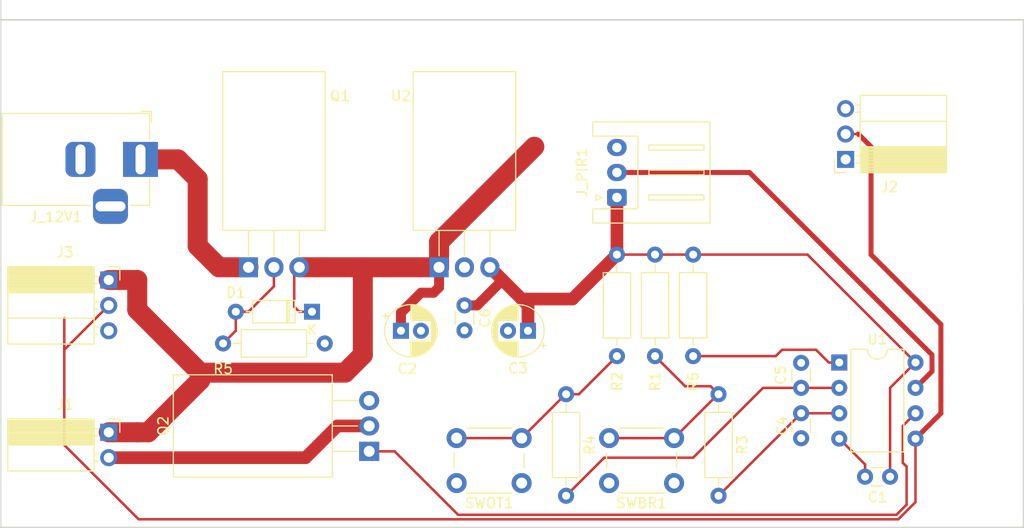
<source format=kicad_pcb>
(kicad_pcb (version 20171130) (host pcbnew 5.0.2+dfsg1-1)

  (general
    (thickness 1.6)
    (drawings 7)
    (tracks 110)
    (zones 0)
    (modules 24)
    (nets 15)
  )

  (page A4)
  (layers
    (0 F.Cu signal)
    (31 B.Cu signal)
    (32 B.Adhes user)
    (33 F.Adhes user)
    (34 B.Paste user)
    (35 F.Paste user)
    (36 B.SilkS user)
    (37 F.SilkS user)
    (38 B.Mask user)
    (39 F.Mask user)
    (40 Dwgs.User user)
    (41 Cmts.User user)
    (42 Eco1.User user)
    (43 Eco2.User user)
    (44 Edge.Cuts user)
    (45 Margin user)
    (46 B.CrtYd user)
    (47 F.CrtYd user)
    (48 B.Fab user)
    (49 F.Fab user hide)
  )

  (setup
    (last_trace_width 0.25)
    (user_trace_width 0.5)
    (user_trace_width 1)
    (user_trace_width 1.27)
    (user_trace_width 2)
    (trace_clearance 0.2)
    (zone_clearance 0.508)
    (zone_45_only no)
    (trace_min 0.2)
    (segment_width 0.2)
    (edge_width 0.15)
    (via_size 0.8)
    (via_drill 0.4)
    (via_min_size 0.4)
    (via_min_drill 0.3)
    (uvia_size 0.3)
    (uvia_drill 0.1)
    (uvias_allowed no)
    (uvia_min_size 0.2)
    (uvia_min_drill 0.1)
    (pcb_text_width 0.3)
    (pcb_text_size 1.5 1.5)
    (mod_edge_width 0.15)
    (mod_text_size 1 1)
    (mod_text_width 0.15)
    (pad_size 1.524 1.524)
    (pad_drill 0.762)
    (pad_to_mask_clearance 0.051)
    (solder_mask_min_width 0.25)
    (aux_axis_origin 0 0)
    (visible_elements FFFFFF7F)
    (pcbplotparams
      (layerselection 0x010fc_ffffffff)
      (usegerberextensions false)
      (usegerberattributes false)
      (usegerberadvancedattributes false)
      (creategerberjobfile false)
      (excludeedgelayer true)
      (linewidth 0.100000)
      (plotframeref false)
      (viasonmask false)
      (mode 1)
      (useauxorigin false)
      (hpglpennumber 1)
      (hpglpenspeed 20)
      (hpglpendiameter 15.000000)
      (psnegative false)
      (psa4output false)
      (plotreference true)
      (plotvalue true)
      (plotinvisibletext false)
      (padsonsilk false)
      (subtractmaskfromsilk false)
      (outputformat 1)
      (mirror false)
      (drillshape 1)
      (scaleselection 1)
      (outputdirectory ""))
  )

  (net 0 "")
  (net 1 GND)
  (net 2 +5V)
  (net 3 +12V)
  (net 4 /BR_SW)
  (net 5 /T_SW)
  (net 6 "Net-(D1-Pad2)")
  (net 7 "Net-(J1-Pad2)")
  (net 8 /EXT_CTRL)
  (net 9 /12V_Raw)
  (net 10 /PIR_Signal)
  (net 11 /LED_CTRL)
  (net 12 "Net-(R1-Pad1)")
  (net 13 "Net-(R2-Pad1)")
  (net 14 "Net-(R6-Pad1)")

  (net_class Default "This is the default net class."
    (clearance 0.2)
    (trace_width 0.25)
    (via_dia 0.8)
    (via_drill 0.4)
    (uvia_dia 0.3)
    (uvia_drill 0.1)
    (add_net +12V)
    (add_net +5V)
    (add_net /12V_Raw)
    (add_net /BR_SW)
    (add_net /EXT_CTRL)
    (add_net /LED_CTRL)
    (add_net /PIR_Signal)
    (add_net /T_SW)
    (add_net GND)
    (add_net "Net-(D1-Pad2)")
    (add_net "Net-(J1-Pad2)")
    (add_net "Net-(R1-Pad1)")
    (add_net "Net-(R2-Pad1)")
    (add_net "Net-(R6-Pad1)")
  )

  (module Capacitor_THT:C_Disc_D3.0mm_W1.6mm_P2.50mm (layer F.Cu) (tedit 5AE50EF0) (tstamp 5DC14238)
    (at 239.395 90.17 180)
    (descr "C, Disc series, Radial, pin pitch=2.50mm, , diameter*width=3.0*1.6mm^2, Capacitor, http://www.vishay.com/docs/45233/krseries.pdf")
    (tags "C Disc series Radial pin pitch 2.50mm  diameter 3.0mm width 1.6mm Capacitor")
    (path /5DA3FF9D)
    (fp_text reference C1 (at 1.25 -2.05 180) (layer F.SilkS)
      (effects (font (size 1 1) (thickness 0.15)))
    )
    (fp_text value 100n (at 1.25 2.05 180) (layer F.Fab)
      (effects (font (size 1 1) (thickness 0.15)))
    )
    (fp_text user %R (at 1.25 0 180) (layer F.Fab)
      (effects (font (size 0.6 0.6) (thickness 0.09)))
    )
    (fp_line (start 3.55 -1.05) (end -1.05 -1.05) (layer F.CrtYd) (width 0.05))
    (fp_line (start 3.55 1.05) (end 3.55 -1.05) (layer F.CrtYd) (width 0.05))
    (fp_line (start -1.05 1.05) (end 3.55 1.05) (layer F.CrtYd) (width 0.05))
    (fp_line (start -1.05 -1.05) (end -1.05 1.05) (layer F.CrtYd) (width 0.05))
    (fp_line (start 0.621 0.92) (end 1.879 0.92) (layer F.SilkS) (width 0.12))
    (fp_line (start 0.621 -0.92) (end 1.879 -0.92) (layer F.SilkS) (width 0.12))
    (fp_line (start 2.75 -0.8) (end -0.25 -0.8) (layer F.Fab) (width 0.1))
    (fp_line (start 2.75 0.8) (end 2.75 -0.8) (layer F.Fab) (width 0.1))
    (fp_line (start -0.25 0.8) (end 2.75 0.8) (layer F.Fab) (width 0.1))
    (fp_line (start -0.25 -0.8) (end -0.25 0.8) (layer F.Fab) (width 0.1))
    (pad 2 thru_hole circle (at 2.5 0 180) (size 1.6 1.6) (drill 0.8) (layers *.Cu *.Mask)
      (net 1 GND))
    (pad 1 thru_hole circle (at 0 0 180) (size 1.6 1.6) (drill 0.8) (layers *.Cu *.Mask)
      (net 2 +5V))
    (model ${KISYS3DMOD}/Capacitor_THT.3dshapes/C_Disc_D3.0mm_W1.6mm_P2.50mm.wrl
      (at (xyz 0 0 0))
      (scale (xyz 1 1 1))
      (rotate (xyz 0 0 0))
    )
  )

  (module Capacitor_THT:CP_Radial_D5.0mm_P2.00mm (layer F.Cu) (tedit 5AE50EF0) (tstamp 5DC142BB)
    (at 190.5 75.565)
    (descr "CP, Radial series, Radial, pin pitch=2.00mm, , diameter=5mm, Electrolytic Capacitor")
    (tags "CP Radial series Radial pin pitch 2.00mm  diameter 5mm Electrolytic Capacitor")
    (path /5DA4001F)
    (fp_text reference C2 (at 0.635 3.81) (layer F.SilkS)
      (effects (font (size 1 1) (thickness 0.15)))
    )
    (fp_text value C20u (at 1 3.75) (layer F.Fab)
      (effects (font (size 1 1) (thickness 0.15)))
    )
    (fp_text user %R (at 1 0) (layer F.Fab)
      (effects (font (size 1 1) (thickness 0.15)))
    )
    (fp_line (start -1.554775 -1.725) (end -1.554775 -1.225) (layer F.SilkS) (width 0.12))
    (fp_line (start -1.804775 -1.475) (end -1.304775 -1.475) (layer F.SilkS) (width 0.12))
    (fp_line (start 3.601 -0.284) (end 3.601 0.284) (layer F.SilkS) (width 0.12))
    (fp_line (start 3.561 -0.518) (end 3.561 0.518) (layer F.SilkS) (width 0.12))
    (fp_line (start 3.521 -0.677) (end 3.521 0.677) (layer F.SilkS) (width 0.12))
    (fp_line (start 3.481 -0.805) (end 3.481 0.805) (layer F.SilkS) (width 0.12))
    (fp_line (start 3.441 -0.915) (end 3.441 0.915) (layer F.SilkS) (width 0.12))
    (fp_line (start 3.401 -1.011) (end 3.401 1.011) (layer F.SilkS) (width 0.12))
    (fp_line (start 3.361 -1.098) (end 3.361 1.098) (layer F.SilkS) (width 0.12))
    (fp_line (start 3.321 -1.178) (end 3.321 1.178) (layer F.SilkS) (width 0.12))
    (fp_line (start 3.281 -1.251) (end 3.281 1.251) (layer F.SilkS) (width 0.12))
    (fp_line (start 3.241 -1.319) (end 3.241 1.319) (layer F.SilkS) (width 0.12))
    (fp_line (start 3.201 -1.383) (end 3.201 1.383) (layer F.SilkS) (width 0.12))
    (fp_line (start 3.161 -1.443) (end 3.161 1.443) (layer F.SilkS) (width 0.12))
    (fp_line (start 3.121 -1.5) (end 3.121 1.5) (layer F.SilkS) (width 0.12))
    (fp_line (start 3.081 -1.554) (end 3.081 1.554) (layer F.SilkS) (width 0.12))
    (fp_line (start 3.041 -1.605) (end 3.041 1.605) (layer F.SilkS) (width 0.12))
    (fp_line (start 3.001 1.04) (end 3.001 1.653) (layer F.SilkS) (width 0.12))
    (fp_line (start 3.001 -1.653) (end 3.001 -1.04) (layer F.SilkS) (width 0.12))
    (fp_line (start 2.961 1.04) (end 2.961 1.699) (layer F.SilkS) (width 0.12))
    (fp_line (start 2.961 -1.699) (end 2.961 -1.04) (layer F.SilkS) (width 0.12))
    (fp_line (start 2.921 1.04) (end 2.921 1.743) (layer F.SilkS) (width 0.12))
    (fp_line (start 2.921 -1.743) (end 2.921 -1.04) (layer F.SilkS) (width 0.12))
    (fp_line (start 2.881 1.04) (end 2.881 1.785) (layer F.SilkS) (width 0.12))
    (fp_line (start 2.881 -1.785) (end 2.881 -1.04) (layer F.SilkS) (width 0.12))
    (fp_line (start 2.841 1.04) (end 2.841 1.826) (layer F.SilkS) (width 0.12))
    (fp_line (start 2.841 -1.826) (end 2.841 -1.04) (layer F.SilkS) (width 0.12))
    (fp_line (start 2.801 1.04) (end 2.801 1.864) (layer F.SilkS) (width 0.12))
    (fp_line (start 2.801 -1.864) (end 2.801 -1.04) (layer F.SilkS) (width 0.12))
    (fp_line (start 2.761 1.04) (end 2.761 1.901) (layer F.SilkS) (width 0.12))
    (fp_line (start 2.761 -1.901) (end 2.761 -1.04) (layer F.SilkS) (width 0.12))
    (fp_line (start 2.721 1.04) (end 2.721 1.937) (layer F.SilkS) (width 0.12))
    (fp_line (start 2.721 -1.937) (end 2.721 -1.04) (layer F.SilkS) (width 0.12))
    (fp_line (start 2.681 1.04) (end 2.681 1.971) (layer F.SilkS) (width 0.12))
    (fp_line (start 2.681 -1.971) (end 2.681 -1.04) (layer F.SilkS) (width 0.12))
    (fp_line (start 2.641 1.04) (end 2.641 2.004) (layer F.SilkS) (width 0.12))
    (fp_line (start 2.641 -2.004) (end 2.641 -1.04) (layer F.SilkS) (width 0.12))
    (fp_line (start 2.601 1.04) (end 2.601 2.035) (layer F.SilkS) (width 0.12))
    (fp_line (start 2.601 -2.035) (end 2.601 -1.04) (layer F.SilkS) (width 0.12))
    (fp_line (start 2.561 1.04) (end 2.561 2.065) (layer F.SilkS) (width 0.12))
    (fp_line (start 2.561 -2.065) (end 2.561 -1.04) (layer F.SilkS) (width 0.12))
    (fp_line (start 2.521 1.04) (end 2.521 2.095) (layer F.SilkS) (width 0.12))
    (fp_line (start 2.521 -2.095) (end 2.521 -1.04) (layer F.SilkS) (width 0.12))
    (fp_line (start 2.481 1.04) (end 2.481 2.122) (layer F.SilkS) (width 0.12))
    (fp_line (start 2.481 -2.122) (end 2.481 -1.04) (layer F.SilkS) (width 0.12))
    (fp_line (start 2.441 1.04) (end 2.441 2.149) (layer F.SilkS) (width 0.12))
    (fp_line (start 2.441 -2.149) (end 2.441 -1.04) (layer F.SilkS) (width 0.12))
    (fp_line (start 2.401 1.04) (end 2.401 2.175) (layer F.SilkS) (width 0.12))
    (fp_line (start 2.401 -2.175) (end 2.401 -1.04) (layer F.SilkS) (width 0.12))
    (fp_line (start 2.361 1.04) (end 2.361 2.2) (layer F.SilkS) (width 0.12))
    (fp_line (start 2.361 -2.2) (end 2.361 -1.04) (layer F.SilkS) (width 0.12))
    (fp_line (start 2.321 1.04) (end 2.321 2.224) (layer F.SilkS) (width 0.12))
    (fp_line (start 2.321 -2.224) (end 2.321 -1.04) (layer F.SilkS) (width 0.12))
    (fp_line (start 2.281 1.04) (end 2.281 2.247) (layer F.SilkS) (width 0.12))
    (fp_line (start 2.281 -2.247) (end 2.281 -1.04) (layer F.SilkS) (width 0.12))
    (fp_line (start 2.241 1.04) (end 2.241 2.268) (layer F.SilkS) (width 0.12))
    (fp_line (start 2.241 -2.268) (end 2.241 -1.04) (layer F.SilkS) (width 0.12))
    (fp_line (start 2.201 1.04) (end 2.201 2.29) (layer F.SilkS) (width 0.12))
    (fp_line (start 2.201 -2.29) (end 2.201 -1.04) (layer F.SilkS) (width 0.12))
    (fp_line (start 2.161 1.04) (end 2.161 2.31) (layer F.SilkS) (width 0.12))
    (fp_line (start 2.161 -2.31) (end 2.161 -1.04) (layer F.SilkS) (width 0.12))
    (fp_line (start 2.121 1.04) (end 2.121 2.329) (layer F.SilkS) (width 0.12))
    (fp_line (start 2.121 -2.329) (end 2.121 -1.04) (layer F.SilkS) (width 0.12))
    (fp_line (start 2.081 1.04) (end 2.081 2.348) (layer F.SilkS) (width 0.12))
    (fp_line (start 2.081 -2.348) (end 2.081 -1.04) (layer F.SilkS) (width 0.12))
    (fp_line (start 2.041 1.04) (end 2.041 2.365) (layer F.SilkS) (width 0.12))
    (fp_line (start 2.041 -2.365) (end 2.041 -1.04) (layer F.SilkS) (width 0.12))
    (fp_line (start 2.001 1.04) (end 2.001 2.382) (layer F.SilkS) (width 0.12))
    (fp_line (start 2.001 -2.382) (end 2.001 -1.04) (layer F.SilkS) (width 0.12))
    (fp_line (start 1.961 1.04) (end 1.961 2.398) (layer F.SilkS) (width 0.12))
    (fp_line (start 1.961 -2.398) (end 1.961 -1.04) (layer F.SilkS) (width 0.12))
    (fp_line (start 1.921 1.04) (end 1.921 2.414) (layer F.SilkS) (width 0.12))
    (fp_line (start 1.921 -2.414) (end 1.921 -1.04) (layer F.SilkS) (width 0.12))
    (fp_line (start 1.881 1.04) (end 1.881 2.428) (layer F.SilkS) (width 0.12))
    (fp_line (start 1.881 -2.428) (end 1.881 -1.04) (layer F.SilkS) (width 0.12))
    (fp_line (start 1.841 1.04) (end 1.841 2.442) (layer F.SilkS) (width 0.12))
    (fp_line (start 1.841 -2.442) (end 1.841 -1.04) (layer F.SilkS) (width 0.12))
    (fp_line (start 1.801 1.04) (end 1.801 2.455) (layer F.SilkS) (width 0.12))
    (fp_line (start 1.801 -2.455) (end 1.801 -1.04) (layer F.SilkS) (width 0.12))
    (fp_line (start 1.761 1.04) (end 1.761 2.468) (layer F.SilkS) (width 0.12))
    (fp_line (start 1.761 -2.468) (end 1.761 -1.04) (layer F.SilkS) (width 0.12))
    (fp_line (start 1.721 1.04) (end 1.721 2.48) (layer F.SilkS) (width 0.12))
    (fp_line (start 1.721 -2.48) (end 1.721 -1.04) (layer F.SilkS) (width 0.12))
    (fp_line (start 1.68 1.04) (end 1.68 2.491) (layer F.SilkS) (width 0.12))
    (fp_line (start 1.68 -2.491) (end 1.68 -1.04) (layer F.SilkS) (width 0.12))
    (fp_line (start 1.64 1.04) (end 1.64 2.501) (layer F.SilkS) (width 0.12))
    (fp_line (start 1.64 -2.501) (end 1.64 -1.04) (layer F.SilkS) (width 0.12))
    (fp_line (start 1.6 1.04) (end 1.6 2.511) (layer F.SilkS) (width 0.12))
    (fp_line (start 1.6 -2.511) (end 1.6 -1.04) (layer F.SilkS) (width 0.12))
    (fp_line (start 1.56 1.04) (end 1.56 2.52) (layer F.SilkS) (width 0.12))
    (fp_line (start 1.56 -2.52) (end 1.56 -1.04) (layer F.SilkS) (width 0.12))
    (fp_line (start 1.52 1.04) (end 1.52 2.528) (layer F.SilkS) (width 0.12))
    (fp_line (start 1.52 -2.528) (end 1.52 -1.04) (layer F.SilkS) (width 0.12))
    (fp_line (start 1.48 1.04) (end 1.48 2.536) (layer F.SilkS) (width 0.12))
    (fp_line (start 1.48 -2.536) (end 1.48 -1.04) (layer F.SilkS) (width 0.12))
    (fp_line (start 1.44 1.04) (end 1.44 2.543) (layer F.SilkS) (width 0.12))
    (fp_line (start 1.44 -2.543) (end 1.44 -1.04) (layer F.SilkS) (width 0.12))
    (fp_line (start 1.4 1.04) (end 1.4 2.55) (layer F.SilkS) (width 0.12))
    (fp_line (start 1.4 -2.55) (end 1.4 -1.04) (layer F.SilkS) (width 0.12))
    (fp_line (start 1.36 1.04) (end 1.36 2.556) (layer F.SilkS) (width 0.12))
    (fp_line (start 1.36 -2.556) (end 1.36 -1.04) (layer F.SilkS) (width 0.12))
    (fp_line (start 1.32 1.04) (end 1.32 2.561) (layer F.SilkS) (width 0.12))
    (fp_line (start 1.32 -2.561) (end 1.32 -1.04) (layer F.SilkS) (width 0.12))
    (fp_line (start 1.28 1.04) (end 1.28 2.565) (layer F.SilkS) (width 0.12))
    (fp_line (start 1.28 -2.565) (end 1.28 -1.04) (layer F.SilkS) (width 0.12))
    (fp_line (start 1.24 1.04) (end 1.24 2.569) (layer F.SilkS) (width 0.12))
    (fp_line (start 1.24 -2.569) (end 1.24 -1.04) (layer F.SilkS) (width 0.12))
    (fp_line (start 1.2 1.04) (end 1.2 2.573) (layer F.SilkS) (width 0.12))
    (fp_line (start 1.2 -2.573) (end 1.2 -1.04) (layer F.SilkS) (width 0.12))
    (fp_line (start 1.16 1.04) (end 1.16 2.576) (layer F.SilkS) (width 0.12))
    (fp_line (start 1.16 -2.576) (end 1.16 -1.04) (layer F.SilkS) (width 0.12))
    (fp_line (start 1.12 1.04) (end 1.12 2.578) (layer F.SilkS) (width 0.12))
    (fp_line (start 1.12 -2.578) (end 1.12 -1.04) (layer F.SilkS) (width 0.12))
    (fp_line (start 1.08 1.04) (end 1.08 2.579) (layer F.SilkS) (width 0.12))
    (fp_line (start 1.08 -2.579) (end 1.08 -1.04) (layer F.SilkS) (width 0.12))
    (fp_line (start 1.04 -2.58) (end 1.04 -1.04) (layer F.SilkS) (width 0.12))
    (fp_line (start 1.04 1.04) (end 1.04 2.58) (layer F.SilkS) (width 0.12))
    (fp_line (start 1 -2.58) (end 1 -1.04) (layer F.SilkS) (width 0.12))
    (fp_line (start 1 1.04) (end 1 2.58) (layer F.SilkS) (width 0.12))
    (fp_line (start -0.883605 -1.3375) (end -0.883605 -0.8375) (layer F.Fab) (width 0.1))
    (fp_line (start -1.133605 -1.0875) (end -0.633605 -1.0875) (layer F.Fab) (width 0.1))
    (fp_circle (center 1 0) (end 3.75 0) (layer F.CrtYd) (width 0.05))
    (fp_circle (center 1 0) (end 3.62 0) (layer F.SilkS) (width 0.12))
    (fp_circle (center 1 0) (end 3.5 0) (layer F.Fab) (width 0.1))
    (pad 2 thru_hole circle (at 2 0) (size 1.6 1.6) (drill 0.8) (layers *.Cu *.Mask)
      (net 1 GND))
    (pad 1 thru_hole rect (at 0 0) (size 1.6 1.6) (drill 0.8) (layers *.Cu *.Mask)
      (net 3 +12V))
    (model ${KISYS3DMOD}/Capacitor_THT.3dshapes/CP_Radial_D5.0mm_P2.00mm.wrl
      (at (xyz 0 0 0))
      (scale (xyz 1 1 1))
      (rotate (xyz 0 0 0))
    )
  )

  (module Capacitor_THT:CP_Radial_D5.0mm_P2.00mm (layer F.Cu) (tedit 5AE50EF0) (tstamp 5DC1433E)
    (at 203.2 75.565 180)
    (descr "CP, Radial series, Radial, pin pitch=2.00mm, , diameter=5mm, Electrolytic Capacitor")
    (tags "CP Radial series Radial pin pitch 2.00mm  diameter 5mm Electrolytic Capacitor")
    (path /5DA86750)
    (fp_text reference C3 (at 1 -3.75 180) (layer F.SilkS)
      (effects (font (size 1 1) (thickness 0.15)))
    )
    (fp_text value C20u (at 1 3.75 180) (layer F.Fab)
      (effects (font (size 1 1) (thickness 0.15)))
    )
    (fp_circle (center 1 0) (end 3.5 0) (layer F.Fab) (width 0.1))
    (fp_circle (center 1 0) (end 3.62 0) (layer F.SilkS) (width 0.12))
    (fp_circle (center 1 0) (end 3.75 0) (layer F.CrtYd) (width 0.05))
    (fp_line (start -1.133605 -1.0875) (end -0.633605 -1.0875) (layer F.Fab) (width 0.1))
    (fp_line (start -0.883605 -1.3375) (end -0.883605 -0.8375) (layer F.Fab) (width 0.1))
    (fp_line (start 1 1.04) (end 1 2.58) (layer F.SilkS) (width 0.12))
    (fp_line (start 1 -2.58) (end 1 -1.04) (layer F.SilkS) (width 0.12))
    (fp_line (start 1.04 1.04) (end 1.04 2.58) (layer F.SilkS) (width 0.12))
    (fp_line (start 1.04 -2.58) (end 1.04 -1.04) (layer F.SilkS) (width 0.12))
    (fp_line (start 1.08 -2.579) (end 1.08 -1.04) (layer F.SilkS) (width 0.12))
    (fp_line (start 1.08 1.04) (end 1.08 2.579) (layer F.SilkS) (width 0.12))
    (fp_line (start 1.12 -2.578) (end 1.12 -1.04) (layer F.SilkS) (width 0.12))
    (fp_line (start 1.12 1.04) (end 1.12 2.578) (layer F.SilkS) (width 0.12))
    (fp_line (start 1.16 -2.576) (end 1.16 -1.04) (layer F.SilkS) (width 0.12))
    (fp_line (start 1.16 1.04) (end 1.16 2.576) (layer F.SilkS) (width 0.12))
    (fp_line (start 1.2 -2.573) (end 1.2 -1.04) (layer F.SilkS) (width 0.12))
    (fp_line (start 1.2 1.04) (end 1.2 2.573) (layer F.SilkS) (width 0.12))
    (fp_line (start 1.24 -2.569) (end 1.24 -1.04) (layer F.SilkS) (width 0.12))
    (fp_line (start 1.24 1.04) (end 1.24 2.569) (layer F.SilkS) (width 0.12))
    (fp_line (start 1.28 -2.565) (end 1.28 -1.04) (layer F.SilkS) (width 0.12))
    (fp_line (start 1.28 1.04) (end 1.28 2.565) (layer F.SilkS) (width 0.12))
    (fp_line (start 1.32 -2.561) (end 1.32 -1.04) (layer F.SilkS) (width 0.12))
    (fp_line (start 1.32 1.04) (end 1.32 2.561) (layer F.SilkS) (width 0.12))
    (fp_line (start 1.36 -2.556) (end 1.36 -1.04) (layer F.SilkS) (width 0.12))
    (fp_line (start 1.36 1.04) (end 1.36 2.556) (layer F.SilkS) (width 0.12))
    (fp_line (start 1.4 -2.55) (end 1.4 -1.04) (layer F.SilkS) (width 0.12))
    (fp_line (start 1.4 1.04) (end 1.4 2.55) (layer F.SilkS) (width 0.12))
    (fp_line (start 1.44 -2.543) (end 1.44 -1.04) (layer F.SilkS) (width 0.12))
    (fp_line (start 1.44 1.04) (end 1.44 2.543) (layer F.SilkS) (width 0.12))
    (fp_line (start 1.48 -2.536) (end 1.48 -1.04) (layer F.SilkS) (width 0.12))
    (fp_line (start 1.48 1.04) (end 1.48 2.536) (layer F.SilkS) (width 0.12))
    (fp_line (start 1.52 -2.528) (end 1.52 -1.04) (layer F.SilkS) (width 0.12))
    (fp_line (start 1.52 1.04) (end 1.52 2.528) (layer F.SilkS) (width 0.12))
    (fp_line (start 1.56 -2.52) (end 1.56 -1.04) (layer F.SilkS) (width 0.12))
    (fp_line (start 1.56 1.04) (end 1.56 2.52) (layer F.SilkS) (width 0.12))
    (fp_line (start 1.6 -2.511) (end 1.6 -1.04) (layer F.SilkS) (width 0.12))
    (fp_line (start 1.6 1.04) (end 1.6 2.511) (layer F.SilkS) (width 0.12))
    (fp_line (start 1.64 -2.501) (end 1.64 -1.04) (layer F.SilkS) (width 0.12))
    (fp_line (start 1.64 1.04) (end 1.64 2.501) (layer F.SilkS) (width 0.12))
    (fp_line (start 1.68 -2.491) (end 1.68 -1.04) (layer F.SilkS) (width 0.12))
    (fp_line (start 1.68 1.04) (end 1.68 2.491) (layer F.SilkS) (width 0.12))
    (fp_line (start 1.721 -2.48) (end 1.721 -1.04) (layer F.SilkS) (width 0.12))
    (fp_line (start 1.721 1.04) (end 1.721 2.48) (layer F.SilkS) (width 0.12))
    (fp_line (start 1.761 -2.468) (end 1.761 -1.04) (layer F.SilkS) (width 0.12))
    (fp_line (start 1.761 1.04) (end 1.761 2.468) (layer F.SilkS) (width 0.12))
    (fp_line (start 1.801 -2.455) (end 1.801 -1.04) (layer F.SilkS) (width 0.12))
    (fp_line (start 1.801 1.04) (end 1.801 2.455) (layer F.SilkS) (width 0.12))
    (fp_line (start 1.841 -2.442) (end 1.841 -1.04) (layer F.SilkS) (width 0.12))
    (fp_line (start 1.841 1.04) (end 1.841 2.442) (layer F.SilkS) (width 0.12))
    (fp_line (start 1.881 -2.428) (end 1.881 -1.04) (layer F.SilkS) (width 0.12))
    (fp_line (start 1.881 1.04) (end 1.881 2.428) (layer F.SilkS) (width 0.12))
    (fp_line (start 1.921 -2.414) (end 1.921 -1.04) (layer F.SilkS) (width 0.12))
    (fp_line (start 1.921 1.04) (end 1.921 2.414) (layer F.SilkS) (width 0.12))
    (fp_line (start 1.961 -2.398) (end 1.961 -1.04) (layer F.SilkS) (width 0.12))
    (fp_line (start 1.961 1.04) (end 1.961 2.398) (layer F.SilkS) (width 0.12))
    (fp_line (start 2.001 -2.382) (end 2.001 -1.04) (layer F.SilkS) (width 0.12))
    (fp_line (start 2.001 1.04) (end 2.001 2.382) (layer F.SilkS) (width 0.12))
    (fp_line (start 2.041 -2.365) (end 2.041 -1.04) (layer F.SilkS) (width 0.12))
    (fp_line (start 2.041 1.04) (end 2.041 2.365) (layer F.SilkS) (width 0.12))
    (fp_line (start 2.081 -2.348) (end 2.081 -1.04) (layer F.SilkS) (width 0.12))
    (fp_line (start 2.081 1.04) (end 2.081 2.348) (layer F.SilkS) (width 0.12))
    (fp_line (start 2.121 -2.329) (end 2.121 -1.04) (layer F.SilkS) (width 0.12))
    (fp_line (start 2.121 1.04) (end 2.121 2.329) (layer F.SilkS) (width 0.12))
    (fp_line (start 2.161 -2.31) (end 2.161 -1.04) (layer F.SilkS) (width 0.12))
    (fp_line (start 2.161 1.04) (end 2.161 2.31) (layer F.SilkS) (width 0.12))
    (fp_line (start 2.201 -2.29) (end 2.201 -1.04) (layer F.SilkS) (width 0.12))
    (fp_line (start 2.201 1.04) (end 2.201 2.29) (layer F.SilkS) (width 0.12))
    (fp_line (start 2.241 -2.268) (end 2.241 -1.04) (layer F.SilkS) (width 0.12))
    (fp_line (start 2.241 1.04) (end 2.241 2.268) (layer F.SilkS) (width 0.12))
    (fp_line (start 2.281 -2.247) (end 2.281 -1.04) (layer F.SilkS) (width 0.12))
    (fp_line (start 2.281 1.04) (end 2.281 2.247) (layer F.SilkS) (width 0.12))
    (fp_line (start 2.321 -2.224) (end 2.321 -1.04) (layer F.SilkS) (width 0.12))
    (fp_line (start 2.321 1.04) (end 2.321 2.224) (layer F.SilkS) (width 0.12))
    (fp_line (start 2.361 -2.2) (end 2.361 -1.04) (layer F.SilkS) (width 0.12))
    (fp_line (start 2.361 1.04) (end 2.361 2.2) (layer F.SilkS) (width 0.12))
    (fp_line (start 2.401 -2.175) (end 2.401 -1.04) (layer F.SilkS) (width 0.12))
    (fp_line (start 2.401 1.04) (end 2.401 2.175) (layer F.SilkS) (width 0.12))
    (fp_line (start 2.441 -2.149) (end 2.441 -1.04) (layer F.SilkS) (width 0.12))
    (fp_line (start 2.441 1.04) (end 2.441 2.149) (layer F.SilkS) (width 0.12))
    (fp_line (start 2.481 -2.122) (end 2.481 -1.04) (layer F.SilkS) (width 0.12))
    (fp_line (start 2.481 1.04) (end 2.481 2.122) (layer F.SilkS) (width 0.12))
    (fp_line (start 2.521 -2.095) (end 2.521 -1.04) (layer F.SilkS) (width 0.12))
    (fp_line (start 2.521 1.04) (end 2.521 2.095) (layer F.SilkS) (width 0.12))
    (fp_line (start 2.561 -2.065) (end 2.561 -1.04) (layer F.SilkS) (width 0.12))
    (fp_line (start 2.561 1.04) (end 2.561 2.065) (layer F.SilkS) (width 0.12))
    (fp_line (start 2.601 -2.035) (end 2.601 -1.04) (layer F.SilkS) (width 0.12))
    (fp_line (start 2.601 1.04) (end 2.601 2.035) (layer F.SilkS) (width 0.12))
    (fp_line (start 2.641 -2.004) (end 2.641 -1.04) (layer F.SilkS) (width 0.12))
    (fp_line (start 2.641 1.04) (end 2.641 2.004) (layer F.SilkS) (width 0.12))
    (fp_line (start 2.681 -1.971) (end 2.681 -1.04) (layer F.SilkS) (width 0.12))
    (fp_line (start 2.681 1.04) (end 2.681 1.971) (layer F.SilkS) (width 0.12))
    (fp_line (start 2.721 -1.937) (end 2.721 -1.04) (layer F.SilkS) (width 0.12))
    (fp_line (start 2.721 1.04) (end 2.721 1.937) (layer F.SilkS) (width 0.12))
    (fp_line (start 2.761 -1.901) (end 2.761 -1.04) (layer F.SilkS) (width 0.12))
    (fp_line (start 2.761 1.04) (end 2.761 1.901) (layer F.SilkS) (width 0.12))
    (fp_line (start 2.801 -1.864) (end 2.801 -1.04) (layer F.SilkS) (width 0.12))
    (fp_line (start 2.801 1.04) (end 2.801 1.864) (layer F.SilkS) (width 0.12))
    (fp_line (start 2.841 -1.826) (end 2.841 -1.04) (layer F.SilkS) (width 0.12))
    (fp_line (start 2.841 1.04) (end 2.841 1.826) (layer F.SilkS) (width 0.12))
    (fp_line (start 2.881 -1.785) (end 2.881 -1.04) (layer F.SilkS) (width 0.12))
    (fp_line (start 2.881 1.04) (end 2.881 1.785) (layer F.SilkS) (width 0.12))
    (fp_line (start 2.921 -1.743) (end 2.921 -1.04) (layer F.SilkS) (width 0.12))
    (fp_line (start 2.921 1.04) (end 2.921 1.743) (layer F.SilkS) (width 0.12))
    (fp_line (start 2.961 -1.699) (end 2.961 -1.04) (layer F.SilkS) (width 0.12))
    (fp_line (start 2.961 1.04) (end 2.961 1.699) (layer F.SilkS) (width 0.12))
    (fp_line (start 3.001 -1.653) (end 3.001 -1.04) (layer F.SilkS) (width 0.12))
    (fp_line (start 3.001 1.04) (end 3.001 1.653) (layer F.SilkS) (width 0.12))
    (fp_line (start 3.041 -1.605) (end 3.041 1.605) (layer F.SilkS) (width 0.12))
    (fp_line (start 3.081 -1.554) (end 3.081 1.554) (layer F.SilkS) (width 0.12))
    (fp_line (start 3.121 -1.5) (end 3.121 1.5) (layer F.SilkS) (width 0.12))
    (fp_line (start 3.161 -1.443) (end 3.161 1.443) (layer F.SilkS) (width 0.12))
    (fp_line (start 3.201 -1.383) (end 3.201 1.383) (layer F.SilkS) (width 0.12))
    (fp_line (start 3.241 -1.319) (end 3.241 1.319) (layer F.SilkS) (width 0.12))
    (fp_line (start 3.281 -1.251) (end 3.281 1.251) (layer F.SilkS) (width 0.12))
    (fp_line (start 3.321 -1.178) (end 3.321 1.178) (layer F.SilkS) (width 0.12))
    (fp_line (start 3.361 -1.098) (end 3.361 1.098) (layer F.SilkS) (width 0.12))
    (fp_line (start 3.401 -1.011) (end 3.401 1.011) (layer F.SilkS) (width 0.12))
    (fp_line (start 3.441 -0.915) (end 3.441 0.915) (layer F.SilkS) (width 0.12))
    (fp_line (start 3.481 -0.805) (end 3.481 0.805) (layer F.SilkS) (width 0.12))
    (fp_line (start 3.521 -0.677) (end 3.521 0.677) (layer F.SilkS) (width 0.12))
    (fp_line (start 3.561 -0.518) (end 3.561 0.518) (layer F.SilkS) (width 0.12))
    (fp_line (start 3.601 -0.284) (end 3.601 0.284) (layer F.SilkS) (width 0.12))
    (fp_line (start -1.804775 -1.475) (end -1.304775 -1.475) (layer F.SilkS) (width 0.12))
    (fp_line (start -1.554775 -1.725) (end -1.554775 -1.225) (layer F.SilkS) (width 0.12))
    (fp_text user %R (at 1 0 180) (layer F.Fab)
      (effects (font (size 1 1) (thickness 0.15)))
    )
    (pad 1 thru_hole rect (at 0 0 180) (size 1.6 1.6) (drill 0.8) (layers *.Cu *.Mask)
      (net 2 +5V))
    (pad 2 thru_hole circle (at 2 0 180) (size 1.6 1.6) (drill 0.8) (layers *.Cu *.Mask)
      (net 1 GND))
    (model ${KISYS3DMOD}/Capacitor_THT.3dshapes/CP_Radial_D5.0mm_P2.00mm.wrl
      (at (xyz 0 0 0))
      (scale (xyz 1 1 1))
      (rotate (xyz 0 0 0))
    )
  )

  (module Capacitor_THT:C_Disc_D3.0mm_W1.6mm_P2.50mm (layer F.Cu) (tedit 5AE50EF0) (tstamp 5DC1434F)
    (at 230.505 83.82 270)
    (descr "C, Disc series, Radial, pin pitch=2.50mm, , diameter*width=3.0*1.6mm^2, Capacitor, http://www.vishay.com/docs/45233/krseries.pdf")
    (tags "C Disc series Radial pin pitch 2.50mm  diameter 3.0mm width 1.6mm Capacitor")
    (path /5DA4C5B0)
    (fp_text reference C4 (at 1.25 1.905 270) (layer F.SilkS)
      (effects (font (size 1 1) (thickness 0.15)))
    )
    (fp_text value 100n (at 1.25 2.05 270) (layer F.Fab)
      (effects (font (size 1 1) (thickness 0.15)))
    )
    (fp_text user %R (at 1.25 0 270) (layer F.Fab)
      (effects (font (size 0.6 0.6) (thickness 0.09)))
    )
    (fp_line (start 3.55 -1.05) (end -1.05 -1.05) (layer F.CrtYd) (width 0.05))
    (fp_line (start 3.55 1.05) (end 3.55 -1.05) (layer F.CrtYd) (width 0.05))
    (fp_line (start -1.05 1.05) (end 3.55 1.05) (layer F.CrtYd) (width 0.05))
    (fp_line (start -1.05 -1.05) (end -1.05 1.05) (layer F.CrtYd) (width 0.05))
    (fp_line (start 0.621 0.92) (end 1.879 0.92) (layer F.SilkS) (width 0.12))
    (fp_line (start 0.621 -0.92) (end 1.879 -0.92) (layer F.SilkS) (width 0.12))
    (fp_line (start 2.75 -0.8) (end -0.25 -0.8) (layer F.Fab) (width 0.1))
    (fp_line (start 2.75 0.8) (end 2.75 -0.8) (layer F.Fab) (width 0.1))
    (fp_line (start -0.25 0.8) (end 2.75 0.8) (layer F.Fab) (width 0.1))
    (fp_line (start -0.25 -0.8) (end -0.25 0.8) (layer F.Fab) (width 0.1))
    (pad 2 thru_hole circle (at 2.5 0 270) (size 1.6 1.6) (drill 0.8) (layers *.Cu *.Mask)
      (net 1 GND))
    (pad 1 thru_hole circle (at 0 0 270) (size 1.6 1.6) (drill 0.8) (layers *.Cu *.Mask)
      (net 4 /BR_SW))
    (model ${KISYS3DMOD}/Capacitor_THT.3dshapes/C_Disc_D3.0mm_W1.6mm_P2.50mm.wrl
      (at (xyz 0 0 0))
      (scale (xyz 1 1 1))
      (rotate (xyz 0 0 0))
    )
  )

  (module Capacitor_THT:C_Disc_D3.0mm_W1.6mm_P2.50mm (layer F.Cu) (tedit 5AE50EF0) (tstamp 5DC14360)
    (at 230.505 81.28 90)
    (descr "C, Disc series, Radial, pin pitch=2.50mm, , diameter*width=3.0*1.6mm^2, Capacitor, http://www.vishay.com/docs/45233/krseries.pdf")
    (tags "C Disc series Radial pin pitch 2.50mm  diameter 3.0mm width 1.6mm Capacitor")
    (path /5DA4C768)
    (fp_text reference C5 (at 1.27 -2.05 90) (layer F.SilkS)
      (effects (font (size 1 1) (thickness 0.15)))
    )
    (fp_text value 100n (at 1.25 2.05 90) (layer F.Fab)
      (effects (font (size 1 1) (thickness 0.15)))
    )
    (fp_line (start -0.25 -0.8) (end -0.25 0.8) (layer F.Fab) (width 0.1))
    (fp_line (start -0.25 0.8) (end 2.75 0.8) (layer F.Fab) (width 0.1))
    (fp_line (start 2.75 0.8) (end 2.75 -0.8) (layer F.Fab) (width 0.1))
    (fp_line (start 2.75 -0.8) (end -0.25 -0.8) (layer F.Fab) (width 0.1))
    (fp_line (start 0.621 -0.92) (end 1.879 -0.92) (layer F.SilkS) (width 0.12))
    (fp_line (start 0.621 0.92) (end 1.879 0.92) (layer F.SilkS) (width 0.12))
    (fp_line (start -1.05 -1.05) (end -1.05 1.05) (layer F.CrtYd) (width 0.05))
    (fp_line (start -1.05 1.05) (end 3.55 1.05) (layer F.CrtYd) (width 0.05))
    (fp_line (start 3.55 1.05) (end 3.55 -1.05) (layer F.CrtYd) (width 0.05))
    (fp_line (start 3.55 -1.05) (end -1.05 -1.05) (layer F.CrtYd) (width 0.05))
    (fp_text user %R (at 1.25 0 90) (layer F.Fab)
      (effects (font (size 0.6 0.6) (thickness 0.09)))
    )
    (pad 1 thru_hole circle (at 0 0 90) (size 1.6 1.6) (drill 0.8) (layers *.Cu *.Mask)
      (net 5 /T_SW))
    (pad 2 thru_hole circle (at 2.5 0 90) (size 1.6 1.6) (drill 0.8) (layers *.Cu *.Mask)
      (net 1 GND))
    (model ${KISYS3DMOD}/Capacitor_THT.3dshapes/C_Disc_D3.0mm_W1.6mm_P2.50mm.wrl
      (at (xyz 0 0 0))
      (scale (xyz 1 1 1))
      (rotate (xyz 0 0 0))
    )
  )

  (module Capacitor_THT:C_Disc_D3.0mm_W1.6mm_P2.50mm (layer F.Cu) (tedit 5AE50EF0) (tstamp 5DC14371)
    (at 196.85 73.025 270)
    (descr "C, Disc series, Radial, pin pitch=2.50mm, , diameter*width=3.0*1.6mm^2, Capacitor, http://www.vishay.com/docs/45233/krseries.pdf")
    (tags "C Disc series Radial pin pitch 2.50mm  diameter 3.0mm width 1.6mm Capacitor")
    (path /5DA408C8)
    (fp_text reference C6 (at 1.25 -2.05 270) (layer F.SilkS)
      (effects (font (size 1 1) (thickness 0.15)))
    )
    (fp_text value 100n (at 1.25 2.05 270) (layer F.Fab)
      (effects (font (size 1 1) (thickness 0.15)))
    )
    (fp_line (start -0.25 -0.8) (end -0.25 0.8) (layer F.Fab) (width 0.1))
    (fp_line (start -0.25 0.8) (end 2.75 0.8) (layer F.Fab) (width 0.1))
    (fp_line (start 2.75 0.8) (end 2.75 -0.8) (layer F.Fab) (width 0.1))
    (fp_line (start 2.75 -0.8) (end -0.25 -0.8) (layer F.Fab) (width 0.1))
    (fp_line (start 0.621 -0.92) (end 1.879 -0.92) (layer F.SilkS) (width 0.12))
    (fp_line (start 0.621 0.92) (end 1.879 0.92) (layer F.SilkS) (width 0.12))
    (fp_line (start -1.05 -1.05) (end -1.05 1.05) (layer F.CrtYd) (width 0.05))
    (fp_line (start -1.05 1.05) (end 3.55 1.05) (layer F.CrtYd) (width 0.05))
    (fp_line (start 3.55 1.05) (end 3.55 -1.05) (layer F.CrtYd) (width 0.05))
    (fp_line (start 3.55 -1.05) (end -1.05 -1.05) (layer F.CrtYd) (width 0.05))
    (fp_text user %R (at 1.25 0 270) (layer F.Fab)
      (effects (font (size 0.6 0.6) (thickness 0.09)))
    )
    (pad 1 thru_hole circle (at 0 0 270) (size 1.6 1.6) (drill 0.8) (layers *.Cu *.Mask)
      (net 2 +5V))
    (pad 2 thru_hole circle (at 2.5 0 270) (size 1.6 1.6) (drill 0.8) (layers *.Cu *.Mask)
      (net 1 GND))
    (model ${KISYS3DMOD}/Capacitor_THT.3dshapes/C_Disc_D3.0mm_W1.6mm_P2.50mm.wrl
      (at (xyz 0 0 0))
      (scale (xyz 1 1 1))
      (rotate (xyz 0 0 0))
    )
  )

  (module Diode_THT:D_DO-35_SOD27_P7.62mm_Horizontal (layer F.Cu) (tedit 5AE50CD5) (tstamp 5DC14390)
    (at 181.61 73.66 180)
    (descr "Diode, DO-35_SOD27 series, Axial, Horizontal, pin pitch=7.62mm, , length*diameter=4*2mm^2, , http://www.diodes.com/_files/packages/DO-35.pdf")
    (tags "Diode DO-35_SOD27 series Axial Horizontal pin pitch 7.62mm  length 4mm diameter 2mm")
    (path /5DA5AC4B)
    (fp_text reference D1 (at 7.62 1.905 180) (layer F.SilkS)
      (effects (font (size 1 1) (thickness 0.15)))
    )
    (fp_text value D_10V (at 3.81 2.12 180) (layer F.Fab)
      (effects (font (size 1 1) (thickness 0.15)))
    )
    (fp_line (start 1.81 -1) (end 1.81 1) (layer F.Fab) (width 0.1))
    (fp_line (start 1.81 1) (end 5.81 1) (layer F.Fab) (width 0.1))
    (fp_line (start 5.81 1) (end 5.81 -1) (layer F.Fab) (width 0.1))
    (fp_line (start 5.81 -1) (end 1.81 -1) (layer F.Fab) (width 0.1))
    (fp_line (start 0 0) (end 1.81 0) (layer F.Fab) (width 0.1))
    (fp_line (start 7.62 0) (end 5.81 0) (layer F.Fab) (width 0.1))
    (fp_line (start 2.41 -1) (end 2.41 1) (layer F.Fab) (width 0.1))
    (fp_line (start 2.51 -1) (end 2.51 1) (layer F.Fab) (width 0.1))
    (fp_line (start 2.31 -1) (end 2.31 1) (layer F.Fab) (width 0.1))
    (fp_line (start 1.69 -1.12) (end 1.69 1.12) (layer F.SilkS) (width 0.12))
    (fp_line (start 1.69 1.12) (end 5.93 1.12) (layer F.SilkS) (width 0.12))
    (fp_line (start 5.93 1.12) (end 5.93 -1.12) (layer F.SilkS) (width 0.12))
    (fp_line (start 5.93 -1.12) (end 1.69 -1.12) (layer F.SilkS) (width 0.12))
    (fp_line (start 1.04 0) (end 1.69 0) (layer F.SilkS) (width 0.12))
    (fp_line (start 6.58 0) (end 5.93 0) (layer F.SilkS) (width 0.12))
    (fp_line (start 2.41 -1.12) (end 2.41 1.12) (layer F.SilkS) (width 0.12))
    (fp_line (start 2.53 -1.12) (end 2.53 1.12) (layer F.SilkS) (width 0.12))
    (fp_line (start 2.29 -1.12) (end 2.29 1.12) (layer F.SilkS) (width 0.12))
    (fp_line (start -1.05 -1.25) (end -1.05 1.25) (layer F.CrtYd) (width 0.05))
    (fp_line (start -1.05 1.25) (end 8.67 1.25) (layer F.CrtYd) (width 0.05))
    (fp_line (start 8.67 1.25) (end 8.67 -1.25) (layer F.CrtYd) (width 0.05))
    (fp_line (start 8.67 -1.25) (end -1.05 -1.25) (layer F.CrtYd) (width 0.05))
    (fp_text user %R (at 4.11 0 180) (layer F.Fab)
      (effects (font (size 0.8 0.8) (thickness 0.12)))
    )
    (fp_text user K (at 0 -1.8 180) (layer F.Fab)
      (effects (font (size 1 1) (thickness 0.15)))
    )
    (fp_text user K (at 0 -1.8 180) (layer F.SilkS)
      (effects (font (size 1 1) (thickness 0.15)))
    )
    (pad 1 thru_hole rect (at 0 0 180) (size 1.6 1.6) (drill 0.8) (layers *.Cu *.Mask)
      (net 3 +12V))
    (pad 2 thru_hole oval (at 7.62 0 180) (size 1.6 1.6) (drill 0.8) (layers *.Cu *.Mask)
      (net 6 "Net-(D1-Pad2)"))
    (model ${KISYS3DMOD}/Diode_THT.3dshapes/D_DO-35_SOD27_P7.62mm_Horizontal.wrl
      (at (xyz 0 0 0))
      (scale (xyz 1 1 1))
      (rotate (xyz 0 0 0))
    )
  )

  (module Connector_PinSocket_2.54mm:PinSocket_1x02_P2.54mm_Horizontal (layer F.Cu) (tedit 5A19A41B) (tstamp 5DC143C6)
    (at 161.29 85.725)
    (descr "Through hole angled socket strip, 1x02, 2.54mm pitch, 8.51mm socket length, single row (from Kicad 4.0.7), script generated")
    (tags "Through hole angled socket strip THT 1x02 2.54mm single row")
    (path /5DB1F530)
    (fp_text reference J1 (at -4.38 -2.77) (layer F.SilkS)
      (effects (font (size 1 1) (thickness 0.15)))
    )
    (fp_text value Conn_01x02 (at -4.38 5.31) (layer F.Fab)
      (effects (font (size 1 1) (thickness 0.15)))
    )
    (fp_line (start -10.03 -1.27) (end -2.49 -1.27) (layer F.Fab) (width 0.1))
    (fp_line (start -2.49 -1.27) (end -1.52 -0.3) (layer F.Fab) (width 0.1))
    (fp_line (start -1.52 -0.3) (end -1.52 3.81) (layer F.Fab) (width 0.1))
    (fp_line (start -1.52 3.81) (end -10.03 3.81) (layer F.Fab) (width 0.1))
    (fp_line (start -10.03 3.81) (end -10.03 -1.27) (layer F.Fab) (width 0.1))
    (fp_line (start 0 -0.3) (end -1.52 -0.3) (layer F.Fab) (width 0.1))
    (fp_line (start -1.52 0.3) (end 0 0.3) (layer F.Fab) (width 0.1))
    (fp_line (start 0 0.3) (end 0 -0.3) (layer F.Fab) (width 0.1))
    (fp_line (start 0 2.24) (end -1.52 2.24) (layer F.Fab) (width 0.1))
    (fp_line (start -1.52 2.84) (end 0 2.84) (layer F.Fab) (width 0.1))
    (fp_line (start 0 2.84) (end 0 2.24) (layer F.Fab) (width 0.1))
    (fp_line (start -10.09 -1.21) (end -1.46 -1.21) (layer F.SilkS) (width 0.12))
    (fp_line (start -10.09 -1.091905) (end -1.46 -1.091905) (layer F.SilkS) (width 0.12))
    (fp_line (start -10.09 -0.97381) (end -1.46 -0.97381) (layer F.SilkS) (width 0.12))
    (fp_line (start -10.09 -0.855715) (end -1.46 -0.855715) (layer F.SilkS) (width 0.12))
    (fp_line (start -10.09 -0.73762) (end -1.46 -0.73762) (layer F.SilkS) (width 0.12))
    (fp_line (start -10.09 -0.619525) (end -1.46 -0.619525) (layer F.SilkS) (width 0.12))
    (fp_line (start -10.09 -0.50143) (end -1.46 -0.50143) (layer F.SilkS) (width 0.12))
    (fp_line (start -10.09 -0.383335) (end -1.46 -0.383335) (layer F.SilkS) (width 0.12))
    (fp_line (start -10.09 -0.26524) (end -1.46 -0.26524) (layer F.SilkS) (width 0.12))
    (fp_line (start -10.09 -0.147145) (end -1.46 -0.147145) (layer F.SilkS) (width 0.12))
    (fp_line (start -10.09 -0.02905) (end -1.46 -0.02905) (layer F.SilkS) (width 0.12))
    (fp_line (start -10.09 0.089045) (end -1.46 0.089045) (layer F.SilkS) (width 0.12))
    (fp_line (start -10.09 0.20714) (end -1.46 0.20714) (layer F.SilkS) (width 0.12))
    (fp_line (start -10.09 0.325235) (end -1.46 0.325235) (layer F.SilkS) (width 0.12))
    (fp_line (start -10.09 0.44333) (end -1.46 0.44333) (layer F.SilkS) (width 0.12))
    (fp_line (start -10.09 0.561425) (end -1.46 0.561425) (layer F.SilkS) (width 0.12))
    (fp_line (start -10.09 0.67952) (end -1.46 0.67952) (layer F.SilkS) (width 0.12))
    (fp_line (start -10.09 0.797615) (end -1.46 0.797615) (layer F.SilkS) (width 0.12))
    (fp_line (start -10.09 0.91571) (end -1.46 0.91571) (layer F.SilkS) (width 0.12))
    (fp_line (start -10.09 1.033805) (end -1.46 1.033805) (layer F.SilkS) (width 0.12))
    (fp_line (start -10.09 1.1519) (end -1.46 1.1519) (layer F.SilkS) (width 0.12))
    (fp_line (start -1.46 -0.36) (end -1.11 -0.36) (layer F.SilkS) (width 0.12))
    (fp_line (start -1.46 0.36) (end -1.11 0.36) (layer F.SilkS) (width 0.12))
    (fp_line (start -1.46 2.18) (end -1.05 2.18) (layer F.SilkS) (width 0.12))
    (fp_line (start -1.46 2.9) (end -1.05 2.9) (layer F.SilkS) (width 0.12))
    (fp_line (start -10.09 1.27) (end -1.46 1.27) (layer F.SilkS) (width 0.12))
    (fp_line (start -10.09 -1.33) (end -1.46 -1.33) (layer F.SilkS) (width 0.12))
    (fp_line (start -1.46 -1.33) (end -1.46 3.87) (layer F.SilkS) (width 0.12))
    (fp_line (start -10.09 3.87) (end -1.46 3.87) (layer F.SilkS) (width 0.12))
    (fp_line (start -10.09 -1.33) (end -10.09 3.87) (layer F.SilkS) (width 0.12))
    (fp_line (start 1.11 -1.33) (end 1.11 0) (layer F.SilkS) (width 0.12))
    (fp_line (start 0 -1.33) (end 1.11 -1.33) (layer F.SilkS) (width 0.12))
    (fp_line (start 1.75 -1.75) (end -10.55 -1.75) (layer F.CrtYd) (width 0.05))
    (fp_line (start -10.55 -1.75) (end -10.55 4.35) (layer F.CrtYd) (width 0.05))
    (fp_line (start -10.55 4.35) (end 1.75 4.35) (layer F.CrtYd) (width 0.05))
    (fp_line (start 1.75 4.35) (end 1.75 -1.75) (layer F.CrtYd) (width 0.05))
    (fp_text user %R (at -5.775 1.27) (layer F.Fab)
      (effects (font (size 1 1) (thickness 0.15)))
    )
    (pad 1 thru_hole rect (at 0 0) (size 1.7 1.7) (drill 1) (layers *.Cu *.Mask)
      (net 3 +12V))
    (pad 2 thru_hole oval (at 0 2.54) (size 1.7 1.7) (drill 1) (layers *.Cu *.Mask)
      (net 7 "Net-(J1-Pad2)"))
    (model ${KISYS3DMOD}/Connector_PinSocket_2.54mm.3dshapes/PinSocket_1x02_P2.54mm_Horizontal.wrl
      (at (xyz 0 0 0))
      (scale (xyz 1 1 1))
      (rotate (xyz 0 0 0))
    )
  )

  (module Connector_PinSocket_2.54mm:PinSocket_1x03_P2.54mm_Horizontal (layer F.Cu) (tedit 5A19A429) (tstamp 5DC14403)
    (at 234.95 58.42 180)
    (descr "Through hole angled socket strip, 1x03, 2.54mm pitch, 8.51mm socket length, single row (from Kicad 4.0.7), script generated")
    (tags "Through hole angled socket strip THT 1x03 2.54mm single row")
    (path /5DB0E4AC)
    (fp_text reference J2 (at -4.38 -2.77 180) (layer F.SilkS)
      (effects (font (size 1 1) (thickness 0.15)))
    )
    (fp_text value Conn_01x03 (at -4.38 7.85 180) (layer F.Fab)
      (effects (font (size 1 1) (thickness 0.15)))
    )
    (fp_text user %R (at -5.775 2.54 180) (layer F.Fab)
      (effects (font (size 1 1) (thickness 0.15)))
    )
    (fp_line (start 1.75 6.85) (end 1.75 -1.8) (layer F.CrtYd) (width 0.05))
    (fp_line (start -10.55 6.85) (end 1.75 6.85) (layer F.CrtYd) (width 0.05))
    (fp_line (start -10.55 -1.8) (end -10.55 6.85) (layer F.CrtYd) (width 0.05))
    (fp_line (start 1.75 -1.8) (end -10.55 -1.8) (layer F.CrtYd) (width 0.05))
    (fp_line (start 0 -1.33) (end 1.11 -1.33) (layer F.SilkS) (width 0.12))
    (fp_line (start 1.11 -1.33) (end 1.11 0) (layer F.SilkS) (width 0.12))
    (fp_line (start -10.09 -1.33) (end -10.09 6.41) (layer F.SilkS) (width 0.12))
    (fp_line (start -10.09 6.41) (end -1.46 6.41) (layer F.SilkS) (width 0.12))
    (fp_line (start -1.46 -1.33) (end -1.46 6.41) (layer F.SilkS) (width 0.12))
    (fp_line (start -10.09 -1.33) (end -1.46 -1.33) (layer F.SilkS) (width 0.12))
    (fp_line (start -10.09 3.81) (end -1.46 3.81) (layer F.SilkS) (width 0.12))
    (fp_line (start -10.09 1.27) (end -1.46 1.27) (layer F.SilkS) (width 0.12))
    (fp_line (start -1.46 5.44) (end -1.05 5.44) (layer F.SilkS) (width 0.12))
    (fp_line (start -1.46 4.72) (end -1.05 4.72) (layer F.SilkS) (width 0.12))
    (fp_line (start -1.46 2.9) (end -1.05 2.9) (layer F.SilkS) (width 0.12))
    (fp_line (start -1.46 2.18) (end -1.05 2.18) (layer F.SilkS) (width 0.12))
    (fp_line (start -1.46 0.36) (end -1.11 0.36) (layer F.SilkS) (width 0.12))
    (fp_line (start -1.46 -0.36) (end -1.11 -0.36) (layer F.SilkS) (width 0.12))
    (fp_line (start -10.09 1.1519) (end -1.46 1.1519) (layer F.SilkS) (width 0.12))
    (fp_line (start -10.09 1.033805) (end -1.46 1.033805) (layer F.SilkS) (width 0.12))
    (fp_line (start -10.09 0.91571) (end -1.46 0.91571) (layer F.SilkS) (width 0.12))
    (fp_line (start -10.09 0.797615) (end -1.46 0.797615) (layer F.SilkS) (width 0.12))
    (fp_line (start -10.09 0.67952) (end -1.46 0.67952) (layer F.SilkS) (width 0.12))
    (fp_line (start -10.09 0.561425) (end -1.46 0.561425) (layer F.SilkS) (width 0.12))
    (fp_line (start -10.09 0.44333) (end -1.46 0.44333) (layer F.SilkS) (width 0.12))
    (fp_line (start -10.09 0.325235) (end -1.46 0.325235) (layer F.SilkS) (width 0.12))
    (fp_line (start -10.09 0.20714) (end -1.46 0.20714) (layer F.SilkS) (width 0.12))
    (fp_line (start -10.09 0.089045) (end -1.46 0.089045) (layer F.SilkS) (width 0.12))
    (fp_line (start -10.09 -0.02905) (end -1.46 -0.02905) (layer F.SilkS) (width 0.12))
    (fp_line (start -10.09 -0.147145) (end -1.46 -0.147145) (layer F.SilkS) (width 0.12))
    (fp_line (start -10.09 -0.26524) (end -1.46 -0.26524) (layer F.SilkS) (width 0.12))
    (fp_line (start -10.09 -0.383335) (end -1.46 -0.383335) (layer F.SilkS) (width 0.12))
    (fp_line (start -10.09 -0.50143) (end -1.46 -0.50143) (layer F.SilkS) (width 0.12))
    (fp_line (start -10.09 -0.619525) (end -1.46 -0.619525) (layer F.SilkS) (width 0.12))
    (fp_line (start -10.09 -0.73762) (end -1.46 -0.73762) (layer F.SilkS) (width 0.12))
    (fp_line (start -10.09 -0.855715) (end -1.46 -0.855715) (layer F.SilkS) (width 0.12))
    (fp_line (start -10.09 -0.97381) (end -1.46 -0.97381) (layer F.SilkS) (width 0.12))
    (fp_line (start -10.09 -1.091905) (end -1.46 -1.091905) (layer F.SilkS) (width 0.12))
    (fp_line (start -10.09 -1.21) (end -1.46 -1.21) (layer F.SilkS) (width 0.12))
    (fp_line (start 0 5.38) (end 0 4.78) (layer F.Fab) (width 0.1))
    (fp_line (start -1.52 5.38) (end 0 5.38) (layer F.Fab) (width 0.1))
    (fp_line (start 0 4.78) (end -1.52 4.78) (layer F.Fab) (width 0.1))
    (fp_line (start 0 2.84) (end 0 2.24) (layer F.Fab) (width 0.1))
    (fp_line (start -1.52 2.84) (end 0 2.84) (layer F.Fab) (width 0.1))
    (fp_line (start 0 2.24) (end -1.52 2.24) (layer F.Fab) (width 0.1))
    (fp_line (start 0 0.3) (end 0 -0.3) (layer F.Fab) (width 0.1))
    (fp_line (start -1.52 0.3) (end 0 0.3) (layer F.Fab) (width 0.1))
    (fp_line (start 0 -0.3) (end -1.52 -0.3) (layer F.Fab) (width 0.1))
    (fp_line (start -10.03 6.35) (end -10.03 -1.27) (layer F.Fab) (width 0.1))
    (fp_line (start -1.52 6.35) (end -10.03 6.35) (layer F.Fab) (width 0.1))
    (fp_line (start -1.52 -0.3) (end -1.52 6.35) (layer F.Fab) (width 0.1))
    (fp_line (start -2.49 -1.27) (end -1.52 -0.3) (layer F.Fab) (width 0.1))
    (fp_line (start -10.03 -1.27) (end -2.49 -1.27) (layer F.Fab) (width 0.1))
    (pad 3 thru_hole oval (at 0 5.08 180) (size 1.7 1.7) (drill 1) (layers *.Cu *.Mask)
      (net 1 GND))
    (pad 2 thru_hole oval (at 0 2.54 180) (size 1.7 1.7) (drill 1) (layers *.Cu *.Mask)
      (net 8 /EXT_CTRL))
    (pad 1 thru_hole rect (at 0 0 180) (size 1.7 1.7) (drill 1) (layers *.Cu *.Mask)
      (net 3 +12V))
    (model ${KISYS3DMOD}/Connector_PinSocket_2.54mm.3dshapes/PinSocket_1x03_P2.54mm_Horizontal.wrl
      (at (xyz 0 0 0))
      (scale (xyz 1 1 1))
      (rotate (xyz 0 0 0))
    )
  )

  (module Connector_PinSocket_2.54mm:PinSocket_1x03_P2.54mm_Horizontal (layer F.Cu) (tedit 5A19A429) (tstamp 5DC14440)
    (at 161.29 70.485)
    (descr "Through hole angled socket strip, 1x03, 2.54mm pitch, 8.51mm socket length, single row (from Kicad 4.0.7), script generated")
    (tags "Through hole angled socket strip THT 1x03 2.54mm single row")
    (path /5DB1774F)
    (fp_text reference J3 (at -4.38 -2.77) (layer F.SilkS)
      (effects (font (size 1 1) (thickness 0.15)))
    )
    (fp_text value Conn_01x03 (at -4.38 7.85) (layer F.Fab)
      (effects (font (size 1 1) (thickness 0.15)))
    )
    (fp_line (start -10.03 -1.27) (end -2.49 -1.27) (layer F.Fab) (width 0.1))
    (fp_line (start -2.49 -1.27) (end -1.52 -0.3) (layer F.Fab) (width 0.1))
    (fp_line (start -1.52 -0.3) (end -1.52 6.35) (layer F.Fab) (width 0.1))
    (fp_line (start -1.52 6.35) (end -10.03 6.35) (layer F.Fab) (width 0.1))
    (fp_line (start -10.03 6.35) (end -10.03 -1.27) (layer F.Fab) (width 0.1))
    (fp_line (start 0 -0.3) (end -1.52 -0.3) (layer F.Fab) (width 0.1))
    (fp_line (start -1.52 0.3) (end 0 0.3) (layer F.Fab) (width 0.1))
    (fp_line (start 0 0.3) (end 0 -0.3) (layer F.Fab) (width 0.1))
    (fp_line (start 0 2.24) (end -1.52 2.24) (layer F.Fab) (width 0.1))
    (fp_line (start -1.52 2.84) (end 0 2.84) (layer F.Fab) (width 0.1))
    (fp_line (start 0 2.84) (end 0 2.24) (layer F.Fab) (width 0.1))
    (fp_line (start 0 4.78) (end -1.52 4.78) (layer F.Fab) (width 0.1))
    (fp_line (start -1.52 5.38) (end 0 5.38) (layer F.Fab) (width 0.1))
    (fp_line (start 0 5.38) (end 0 4.78) (layer F.Fab) (width 0.1))
    (fp_line (start -10.09 -1.21) (end -1.46 -1.21) (layer F.SilkS) (width 0.12))
    (fp_line (start -10.09 -1.091905) (end -1.46 -1.091905) (layer F.SilkS) (width 0.12))
    (fp_line (start -10.09 -0.97381) (end -1.46 -0.97381) (layer F.SilkS) (width 0.12))
    (fp_line (start -10.09 -0.855715) (end -1.46 -0.855715) (layer F.SilkS) (width 0.12))
    (fp_line (start -10.09 -0.73762) (end -1.46 -0.73762) (layer F.SilkS) (width 0.12))
    (fp_line (start -10.09 -0.619525) (end -1.46 -0.619525) (layer F.SilkS) (width 0.12))
    (fp_line (start -10.09 -0.50143) (end -1.46 -0.50143) (layer F.SilkS) (width 0.12))
    (fp_line (start -10.09 -0.383335) (end -1.46 -0.383335) (layer F.SilkS) (width 0.12))
    (fp_line (start -10.09 -0.26524) (end -1.46 -0.26524) (layer F.SilkS) (width 0.12))
    (fp_line (start -10.09 -0.147145) (end -1.46 -0.147145) (layer F.SilkS) (width 0.12))
    (fp_line (start -10.09 -0.02905) (end -1.46 -0.02905) (layer F.SilkS) (width 0.12))
    (fp_line (start -10.09 0.089045) (end -1.46 0.089045) (layer F.SilkS) (width 0.12))
    (fp_line (start -10.09 0.20714) (end -1.46 0.20714) (layer F.SilkS) (width 0.12))
    (fp_line (start -10.09 0.325235) (end -1.46 0.325235) (layer F.SilkS) (width 0.12))
    (fp_line (start -10.09 0.44333) (end -1.46 0.44333) (layer F.SilkS) (width 0.12))
    (fp_line (start -10.09 0.561425) (end -1.46 0.561425) (layer F.SilkS) (width 0.12))
    (fp_line (start -10.09 0.67952) (end -1.46 0.67952) (layer F.SilkS) (width 0.12))
    (fp_line (start -10.09 0.797615) (end -1.46 0.797615) (layer F.SilkS) (width 0.12))
    (fp_line (start -10.09 0.91571) (end -1.46 0.91571) (layer F.SilkS) (width 0.12))
    (fp_line (start -10.09 1.033805) (end -1.46 1.033805) (layer F.SilkS) (width 0.12))
    (fp_line (start -10.09 1.1519) (end -1.46 1.1519) (layer F.SilkS) (width 0.12))
    (fp_line (start -1.46 -0.36) (end -1.11 -0.36) (layer F.SilkS) (width 0.12))
    (fp_line (start -1.46 0.36) (end -1.11 0.36) (layer F.SilkS) (width 0.12))
    (fp_line (start -1.46 2.18) (end -1.05 2.18) (layer F.SilkS) (width 0.12))
    (fp_line (start -1.46 2.9) (end -1.05 2.9) (layer F.SilkS) (width 0.12))
    (fp_line (start -1.46 4.72) (end -1.05 4.72) (layer F.SilkS) (width 0.12))
    (fp_line (start -1.46 5.44) (end -1.05 5.44) (layer F.SilkS) (width 0.12))
    (fp_line (start -10.09 1.27) (end -1.46 1.27) (layer F.SilkS) (width 0.12))
    (fp_line (start -10.09 3.81) (end -1.46 3.81) (layer F.SilkS) (width 0.12))
    (fp_line (start -10.09 -1.33) (end -1.46 -1.33) (layer F.SilkS) (width 0.12))
    (fp_line (start -1.46 -1.33) (end -1.46 6.41) (layer F.SilkS) (width 0.12))
    (fp_line (start -10.09 6.41) (end -1.46 6.41) (layer F.SilkS) (width 0.12))
    (fp_line (start -10.09 -1.33) (end -10.09 6.41) (layer F.SilkS) (width 0.12))
    (fp_line (start 1.11 -1.33) (end 1.11 0) (layer F.SilkS) (width 0.12))
    (fp_line (start 0 -1.33) (end 1.11 -1.33) (layer F.SilkS) (width 0.12))
    (fp_line (start 1.75 -1.8) (end -10.55 -1.8) (layer F.CrtYd) (width 0.05))
    (fp_line (start -10.55 -1.8) (end -10.55 6.85) (layer F.CrtYd) (width 0.05))
    (fp_line (start -10.55 6.85) (end 1.75 6.85) (layer F.CrtYd) (width 0.05))
    (fp_line (start 1.75 6.85) (end 1.75 -1.8) (layer F.CrtYd) (width 0.05))
    (fp_text user %R (at -5.775 2.54) (layer F.Fab)
      (effects (font (size 1 1) (thickness 0.15)))
    )
    (pad 1 thru_hole rect (at 0 0) (size 1.7 1.7) (drill 1) (layers *.Cu *.Mask)
      (net 3 +12V))
    (pad 2 thru_hole oval (at 0 2.54) (size 1.7 1.7) (drill 1) (layers *.Cu *.Mask)
      (net 8 /EXT_CTRL))
    (pad 3 thru_hole oval (at 0 5.08) (size 1.7 1.7) (drill 1) (layers *.Cu *.Mask)
      (net 1 GND))
    (model ${KISYS3DMOD}/Connector_PinSocket_2.54mm.3dshapes/PinSocket_1x03_P2.54mm_Horizontal.wrl
      (at (xyz 0 0 0))
      (scale (xyz 1 1 1))
      (rotate (xyz 0 0 0))
    )
  )

  (module Connector_BarrelJack:BarrelJack_Horizontal (layer F.Cu) (tedit 5A1DBF6A) (tstamp 5DC14463)
    (at 164.465 58.42)
    (descr "DC Barrel Jack")
    (tags "Power Jack")
    (path /5DA41A24)
    (fp_text reference J_12V1 (at -8.45 5.75) (layer F.SilkS)
      (effects (font (size 1 1) (thickness 0.15)))
    )
    (fp_text value Barrel_Jack_Switch_MountingPin (at -6.2 -5.5) (layer F.Fab)
      (effects (font (size 1 1) (thickness 0.15)))
    )
    (fp_text user %R (at -3 -2.95) (layer F.Fab)
      (effects (font (size 1 1) (thickness 0.15)))
    )
    (fp_line (start -0.003213 -4.505425) (end 0.8 -3.75) (layer F.Fab) (width 0.1))
    (fp_line (start 1.1 -3.75) (end 1.1 -4.8) (layer F.SilkS) (width 0.12))
    (fp_line (start 0.05 -4.8) (end 1.1 -4.8) (layer F.SilkS) (width 0.12))
    (fp_line (start 1 -4.5) (end 1 -4.75) (layer F.CrtYd) (width 0.05))
    (fp_line (start 1 -4.75) (end -14 -4.75) (layer F.CrtYd) (width 0.05))
    (fp_line (start 1 -4.5) (end 1 -2) (layer F.CrtYd) (width 0.05))
    (fp_line (start 1 -2) (end 2 -2) (layer F.CrtYd) (width 0.05))
    (fp_line (start 2 -2) (end 2 2) (layer F.CrtYd) (width 0.05))
    (fp_line (start 2 2) (end 1 2) (layer F.CrtYd) (width 0.05))
    (fp_line (start 1 2) (end 1 4.75) (layer F.CrtYd) (width 0.05))
    (fp_line (start 1 4.75) (end -1 4.75) (layer F.CrtYd) (width 0.05))
    (fp_line (start -1 4.75) (end -1 6.75) (layer F.CrtYd) (width 0.05))
    (fp_line (start -1 6.75) (end -5 6.75) (layer F.CrtYd) (width 0.05))
    (fp_line (start -5 6.75) (end -5 4.75) (layer F.CrtYd) (width 0.05))
    (fp_line (start -5 4.75) (end -14 4.75) (layer F.CrtYd) (width 0.05))
    (fp_line (start -14 4.75) (end -14 -4.75) (layer F.CrtYd) (width 0.05))
    (fp_line (start -5 4.6) (end -13.8 4.6) (layer F.SilkS) (width 0.12))
    (fp_line (start -13.8 4.6) (end -13.8 -4.6) (layer F.SilkS) (width 0.12))
    (fp_line (start 0.9 1.9) (end 0.9 4.6) (layer F.SilkS) (width 0.12))
    (fp_line (start 0.9 4.6) (end -1 4.6) (layer F.SilkS) (width 0.12))
    (fp_line (start -13.8 -4.6) (end 0.9 -4.6) (layer F.SilkS) (width 0.12))
    (fp_line (start 0.9 -4.6) (end 0.9 -2) (layer F.SilkS) (width 0.12))
    (fp_line (start -10.2 -4.5) (end -10.2 4.5) (layer F.Fab) (width 0.1))
    (fp_line (start -13.7 -4.5) (end -13.7 4.5) (layer F.Fab) (width 0.1))
    (fp_line (start -13.7 4.5) (end 0.8 4.5) (layer F.Fab) (width 0.1))
    (fp_line (start 0.8 4.5) (end 0.8 -3.75) (layer F.Fab) (width 0.1))
    (fp_line (start 0 -4.5) (end -13.7 -4.5) (layer F.Fab) (width 0.1))
    (pad 1 thru_hole rect (at 0 0) (size 3.5 3.5) (drill oval 1 3) (layers *.Cu *.Mask)
      (net 9 /12V_Raw))
    (pad 2 thru_hole roundrect (at -6 0) (size 3 3.5) (drill oval 1 3) (layers *.Cu *.Mask) (roundrect_rratio 0.25)
      (net 1 GND))
    (pad 3 thru_hole roundrect (at -3 4.7) (size 3.5 3.5) (drill oval 3 1) (layers *.Cu *.Mask) (roundrect_rratio 0.25)
      (net 1 GND))
    (model ${KISYS3DMOD}/Connector_BarrelJack.3dshapes/BarrelJack_Horizontal.wrl
      (at (xyz 0 0 0))
      (scale (xyz 1 1 1))
      (rotate (xyz 0 0 0))
    )
  )

  (module Connector_JST:JST_XH_S03B-XH-A_1x03_P2.50mm_Horizontal (layer F.Cu) (tedit 5B775209) (tstamp 5DC14494)
    (at 212.09 62.23 90)
    (descr "JST XH series connector, S03B-XH-A (http://www.jst-mfg.com/product/pdf/eng/eXH.pdf), generated with kicad-footprint-generator")
    (tags "connector JST XH top entry")
    (path /5DA415EB)
    (fp_text reference J_PIR1 (at 2.5 -3.5 90) (layer F.SilkS)
      (effects (font (size 1 1) (thickness 0.15)))
    )
    (fp_text value CONN_PIR (at 2.5 10.4 90) (layer F.Fab)
      (effects (font (size 1 1) (thickness 0.15)))
    )
    (fp_line (start -2.95 -2.8) (end -2.95 9.7) (layer F.CrtYd) (width 0.05))
    (fp_line (start -2.95 9.7) (end 7.95 9.7) (layer F.CrtYd) (width 0.05))
    (fp_line (start 7.95 9.7) (end 7.95 -2.8) (layer F.CrtYd) (width 0.05))
    (fp_line (start 7.95 -2.8) (end -2.95 -2.8) (layer F.CrtYd) (width 0.05))
    (fp_line (start 2.5 9.31) (end -2.56 9.31) (layer F.SilkS) (width 0.12))
    (fp_line (start -2.56 9.31) (end -2.56 -2.41) (layer F.SilkS) (width 0.12))
    (fp_line (start -2.56 -2.41) (end -1.14 -2.41) (layer F.SilkS) (width 0.12))
    (fp_line (start -1.14 -2.41) (end -1.14 2.09) (layer F.SilkS) (width 0.12))
    (fp_line (start -1.14 2.09) (end 2.5 2.09) (layer F.SilkS) (width 0.12))
    (fp_line (start 2.5 9.31) (end 7.56 9.31) (layer F.SilkS) (width 0.12))
    (fp_line (start 7.56 9.31) (end 7.56 -2.41) (layer F.SilkS) (width 0.12))
    (fp_line (start 7.56 -2.41) (end 6.14 -2.41) (layer F.SilkS) (width 0.12))
    (fp_line (start 6.14 -2.41) (end 6.14 2.09) (layer F.SilkS) (width 0.12))
    (fp_line (start 6.14 2.09) (end 2.5 2.09) (layer F.SilkS) (width 0.12))
    (fp_line (start 2.5 9.2) (end -2.45 9.2) (layer F.Fab) (width 0.1))
    (fp_line (start -2.45 9.2) (end -2.45 -2.3) (layer F.Fab) (width 0.1))
    (fp_line (start -2.45 -2.3) (end -1.25 -2.3) (layer F.Fab) (width 0.1))
    (fp_line (start -1.25 -2.3) (end -1.25 2.2) (layer F.Fab) (width 0.1))
    (fp_line (start -1.25 2.2) (end 2.5 2.2) (layer F.Fab) (width 0.1))
    (fp_line (start 2.5 9.2) (end 7.45 9.2) (layer F.Fab) (width 0.1))
    (fp_line (start 7.45 9.2) (end 7.45 -2.3) (layer F.Fab) (width 0.1))
    (fp_line (start 7.45 -2.3) (end 6.25 -2.3) (layer F.Fab) (width 0.1))
    (fp_line (start 6.25 -2.3) (end 6.25 2.2) (layer F.Fab) (width 0.1))
    (fp_line (start 6.25 2.2) (end 2.5 2.2) (layer F.Fab) (width 0.1))
    (fp_line (start -0.25 3.2) (end -0.25 8.7) (layer F.SilkS) (width 0.12))
    (fp_line (start -0.25 8.7) (end 0.25 8.7) (layer F.SilkS) (width 0.12))
    (fp_line (start 0.25 8.7) (end 0.25 3.2) (layer F.SilkS) (width 0.12))
    (fp_line (start 0.25 3.2) (end -0.25 3.2) (layer F.SilkS) (width 0.12))
    (fp_line (start 2.25 3.2) (end 2.25 8.7) (layer F.SilkS) (width 0.12))
    (fp_line (start 2.25 8.7) (end 2.75 8.7) (layer F.SilkS) (width 0.12))
    (fp_line (start 2.75 8.7) (end 2.75 3.2) (layer F.SilkS) (width 0.12))
    (fp_line (start 2.75 3.2) (end 2.25 3.2) (layer F.SilkS) (width 0.12))
    (fp_line (start 4.75 3.2) (end 4.75 8.7) (layer F.SilkS) (width 0.12))
    (fp_line (start 4.75 8.7) (end 5.25 8.7) (layer F.SilkS) (width 0.12))
    (fp_line (start 5.25 8.7) (end 5.25 3.2) (layer F.SilkS) (width 0.12))
    (fp_line (start 5.25 3.2) (end 4.75 3.2) (layer F.SilkS) (width 0.12))
    (fp_line (start 0 -1.5) (end -0.3 -2.1) (layer F.SilkS) (width 0.12))
    (fp_line (start -0.3 -2.1) (end 0.3 -2.1) (layer F.SilkS) (width 0.12))
    (fp_line (start 0.3 -2.1) (end 0 -1.5) (layer F.SilkS) (width 0.12))
    (fp_line (start -0.625 2.2) (end 0 1.2) (layer F.Fab) (width 0.1))
    (fp_line (start 0 1.2) (end 0.625 2.2) (layer F.Fab) (width 0.1))
    (fp_text user %R (at 2.5 3.45 90) (layer F.Fab)
      (effects (font (size 1 1) (thickness 0.15)))
    )
    (pad 1 thru_hole roundrect (at 0 0 90) (size 1.7 1.95) (drill 0.95) (layers *.Cu *.Mask) (roundrect_rratio 0.147059)
      (net 2 +5V))
    (pad 2 thru_hole oval (at 2.5 0 90) (size 1.7 1.95) (drill 0.95) (layers *.Cu *.Mask)
      (net 10 /PIR_Signal))
    (pad 3 thru_hole oval (at 5 0 90) (size 1.7 1.95) (drill 0.95) (layers *.Cu *.Mask)
      (net 1 GND))
    (model ${KISYS3DMOD}/Connector_JST.3dshapes/JST_XH_S03B-XH-A_1x03_P2.50mm_Horizontal.wrl
      (at (xyz 0 0 0))
      (scale (xyz 1 1 1))
      (rotate (xyz 0 0 0))
    )
  )

  (module Package_TO_SOT_THT:TO-220-3_Horizontal_TabDown (layer F.Cu) (tedit 5AC8BA0D) (tstamp 5DC144B4)
    (at 175.26 69.215)
    (descr "TO-220-3, Horizontal, RM 2.54mm, see https://www.vishay.com/docs/66542/to-220-1.pdf")
    (tags "TO-220-3 Horizontal RM 2.54mm")
    (path /5DA589BF)
    (fp_text reference Q1 (at 9.144 -17.145) (layer F.SilkS)
      (effects (font (size 1 1) (thickness 0.15)))
    )
    (fp_text value IRF9395M (at 2.54 2) (layer F.Fab)
      (effects (font (size 1 1) (thickness 0.15)))
    )
    (fp_circle (center 2.54 -16.66) (end 4.39 -16.66) (layer F.Fab) (width 0.1))
    (fp_line (start -2.46 -13.06) (end -2.46 -19.46) (layer F.Fab) (width 0.1))
    (fp_line (start -2.46 -19.46) (end 7.54 -19.46) (layer F.Fab) (width 0.1))
    (fp_line (start 7.54 -19.46) (end 7.54 -13.06) (layer F.Fab) (width 0.1))
    (fp_line (start 7.54 -13.06) (end -2.46 -13.06) (layer F.Fab) (width 0.1))
    (fp_line (start -2.46 -3.81) (end -2.46 -13.06) (layer F.Fab) (width 0.1))
    (fp_line (start -2.46 -13.06) (end 7.54 -13.06) (layer F.Fab) (width 0.1))
    (fp_line (start 7.54 -13.06) (end 7.54 -3.81) (layer F.Fab) (width 0.1))
    (fp_line (start 7.54 -3.81) (end -2.46 -3.81) (layer F.Fab) (width 0.1))
    (fp_line (start 0 -3.81) (end 0 0) (layer F.Fab) (width 0.1))
    (fp_line (start 2.54 -3.81) (end 2.54 0) (layer F.Fab) (width 0.1))
    (fp_line (start 5.08 -3.81) (end 5.08 0) (layer F.Fab) (width 0.1))
    (fp_line (start -2.58 -3.69) (end 7.66 -3.69) (layer F.SilkS) (width 0.12))
    (fp_line (start -2.58 -19.58) (end 7.66 -19.58) (layer F.SilkS) (width 0.12))
    (fp_line (start -2.58 -19.58) (end -2.58 -3.69) (layer F.SilkS) (width 0.12))
    (fp_line (start 7.66 -19.58) (end 7.66 -3.69) (layer F.SilkS) (width 0.12))
    (fp_line (start 0 -3.69) (end 0 -1.15) (layer F.SilkS) (width 0.12))
    (fp_line (start 2.54 -3.69) (end 2.54 -1.15) (layer F.SilkS) (width 0.12))
    (fp_line (start 5.08 -3.69) (end 5.08 -1.15) (layer F.SilkS) (width 0.12))
    (fp_line (start -2.71 -19.71) (end -2.71 1.25) (layer F.CrtYd) (width 0.05))
    (fp_line (start -2.71 1.25) (end 7.79 1.25) (layer F.CrtYd) (width 0.05))
    (fp_line (start 7.79 1.25) (end 7.79 -19.71) (layer F.CrtYd) (width 0.05))
    (fp_line (start 7.79 -19.71) (end -2.71 -19.71) (layer F.CrtYd) (width 0.05))
    (fp_text user %R (at 2.54 -20.58) (layer F.Fab)
      (effects (font (size 1 1) (thickness 0.15)))
    )
    (pad "" np_thru_hole oval (at 2.54 -16.66) (size 3.5 3.5) (drill 3.5) (layers *.Cu *.Mask))
    (pad 1 thru_hole rect (at 0 0) (size 1.905 2) (drill 1.1) (layers *.Cu *.Mask)
      (net 9 /12V_Raw))
    (pad 2 thru_hole oval (at 2.54 0) (size 1.905 2) (drill 1.1) (layers *.Cu *.Mask)
      (net 6 "Net-(D1-Pad2)"))
    (pad 3 thru_hole oval (at 5.08 0) (size 1.905 2) (drill 1.1) (layers *.Cu *.Mask)
      (net 3 +12V))
    (model ${KISYS3DMOD}/Package_TO_SOT_THT.3dshapes/TO-220-3_Horizontal_TabDown.wrl
      (at (xyz 0 0 0))
      (scale (xyz 1 1 1))
      (rotate (xyz 0 0 0))
    )
  )

  (module Package_TO_SOT_THT:TO-220-3_Horizontal_TabDown (layer F.Cu) (tedit 5AC8BA0D) (tstamp 5DC144D4)
    (at 187.325 87.63 90)
    (descr "TO-220-3, Horizontal, RM 2.54mm, see https://www.vishay.com/docs/66542/to-220-1.pdf")
    (tags "TO-220-3 Horizontal RM 2.54mm")
    (path /5DA4120B)
    (fp_text reference Q2 (at 2.54 -20.58 90) (layer F.SilkS)
      (effects (font (size 1 1) (thickness 0.15)))
    )
    (fp_text value IRFz44N (at 2.54 2 90) (layer F.Fab)
      (effects (font (size 1 1) (thickness 0.15)))
    )
    (fp_text user %R (at 2.54 -20.58 90) (layer F.Fab)
      (effects (font (size 1 1) (thickness 0.15)))
    )
    (fp_line (start 7.79 -19.71) (end -2.71 -19.71) (layer F.CrtYd) (width 0.05))
    (fp_line (start 7.79 1.25) (end 7.79 -19.71) (layer F.CrtYd) (width 0.05))
    (fp_line (start -2.71 1.25) (end 7.79 1.25) (layer F.CrtYd) (width 0.05))
    (fp_line (start -2.71 -19.71) (end -2.71 1.25) (layer F.CrtYd) (width 0.05))
    (fp_line (start 5.08 -3.69) (end 5.08 -1.15) (layer F.SilkS) (width 0.12))
    (fp_line (start 2.54 -3.69) (end 2.54 -1.15) (layer F.SilkS) (width 0.12))
    (fp_line (start 0 -3.69) (end 0 -1.15) (layer F.SilkS) (width 0.12))
    (fp_line (start 7.66 -19.58) (end 7.66 -3.69) (layer F.SilkS) (width 0.12))
    (fp_line (start -2.58 -19.58) (end -2.58 -3.69) (layer F.SilkS) (width 0.12))
    (fp_line (start -2.58 -19.58) (end 7.66 -19.58) (layer F.SilkS) (width 0.12))
    (fp_line (start -2.58 -3.69) (end 7.66 -3.69) (layer F.SilkS) (width 0.12))
    (fp_line (start 5.08 -3.81) (end 5.08 0) (layer F.Fab) (width 0.1))
    (fp_line (start 2.54 -3.81) (end 2.54 0) (layer F.Fab) (width 0.1))
    (fp_line (start 0 -3.81) (end 0 0) (layer F.Fab) (width 0.1))
    (fp_line (start 7.54 -3.81) (end -2.46 -3.81) (layer F.Fab) (width 0.1))
    (fp_line (start 7.54 -13.06) (end 7.54 -3.81) (layer F.Fab) (width 0.1))
    (fp_line (start -2.46 -13.06) (end 7.54 -13.06) (layer F.Fab) (width 0.1))
    (fp_line (start -2.46 -3.81) (end -2.46 -13.06) (layer F.Fab) (width 0.1))
    (fp_line (start 7.54 -13.06) (end -2.46 -13.06) (layer F.Fab) (width 0.1))
    (fp_line (start 7.54 -19.46) (end 7.54 -13.06) (layer F.Fab) (width 0.1))
    (fp_line (start -2.46 -19.46) (end 7.54 -19.46) (layer F.Fab) (width 0.1))
    (fp_line (start -2.46 -13.06) (end -2.46 -19.46) (layer F.Fab) (width 0.1))
    (fp_circle (center 2.54 -16.66) (end 4.39 -16.66) (layer F.Fab) (width 0.1))
    (pad 3 thru_hole oval (at 5.08 0 90) (size 1.905 2) (drill 1.1) (layers *.Cu *.Mask)
      (net 1 GND))
    (pad 2 thru_hole oval (at 2.54 0 90) (size 1.905 2) (drill 1.1) (layers *.Cu *.Mask)
      (net 7 "Net-(J1-Pad2)"))
    (pad 1 thru_hole rect (at 0 0 90) (size 1.905 2) (drill 1.1) (layers *.Cu *.Mask)
      (net 11 /LED_CTRL))
    (pad "" np_thru_hole oval (at 2.54 -16.66 90) (size 3.5 3.5) (drill 3.5) (layers *.Cu *.Mask))
    (model ${KISYS3DMOD}/Package_TO_SOT_THT.3dshapes/TO-220-3_Horizontal_TabDown.wrl
      (at (xyz 0 0 0))
      (scale (xyz 1 1 1))
      (rotate (xyz 0 0 0))
    )
  )

  (module Resistor_THT:R_Axial_DIN0207_L6.3mm_D2.5mm_P10.16mm_Horizontal (layer F.Cu) (tedit 5AE5139B) (tstamp 5DC144EB)
    (at 215.9 78.105 90)
    (descr "Resistor, Axial_DIN0207 series, Axial, Horizontal, pin pitch=10.16mm, 0.25W = 1/4W, length*diameter=6.3*2.5mm^2, http://cdn-reichelt.de/documents/datenblatt/B400/1_4W%23YAG.pdf")
    (tags "Resistor Axial_DIN0207 series Axial Horizontal pin pitch 10.16mm 0.25W = 1/4W length 6.3mm diameter 2.5mm")
    (path /5DAAD598)
    (fp_text reference R1 (at -2.54 0 90) (layer F.SilkS)
      (effects (font (size 1 1) (thickness 0.15)))
    )
    (fp_text value R_100k (at 5.08 2.37 90) (layer F.Fab)
      (effects (font (size 1 1) (thickness 0.15)))
    )
    (fp_line (start 1.93 -1.25) (end 1.93 1.25) (layer F.Fab) (width 0.1))
    (fp_line (start 1.93 1.25) (end 8.23 1.25) (layer F.Fab) (width 0.1))
    (fp_line (start 8.23 1.25) (end 8.23 -1.25) (layer F.Fab) (width 0.1))
    (fp_line (start 8.23 -1.25) (end 1.93 -1.25) (layer F.Fab) (width 0.1))
    (fp_line (start 0 0) (end 1.93 0) (layer F.Fab) (width 0.1))
    (fp_line (start 10.16 0) (end 8.23 0) (layer F.Fab) (width 0.1))
    (fp_line (start 1.81 -1.37) (end 1.81 1.37) (layer F.SilkS) (width 0.12))
    (fp_line (start 1.81 1.37) (end 8.35 1.37) (layer F.SilkS) (width 0.12))
    (fp_line (start 8.35 1.37) (end 8.35 -1.37) (layer F.SilkS) (width 0.12))
    (fp_line (start 8.35 -1.37) (end 1.81 -1.37) (layer F.SilkS) (width 0.12))
    (fp_line (start 1.04 0) (end 1.81 0) (layer F.SilkS) (width 0.12))
    (fp_line (start 9.12 0) (end 8.35 0) (layer F.SilkS) (width 0.12))
    (fp_line (start -1.05 -1.5) (end -1.05 1.5) (layer F.CrtYd) (width 0.05))
    (fp_line (start -1.05 1.5) (end 11.21 1.5) (layer F.CrtYd) (width 0.05))
    (fp_line (start 11.21 1.5) (end 11.21 -1.5) (layer F.CrtYd) (width 0.05))
    (fp_line (start 11.21 -1.5) (end -1.05 -1.5) (layer F.CrtYd) (width 0.05))
    (fp_text user %R (at 5.08 0 90) (layer F.Fab)
      (effects (font (size 1 1) (thickness 0.15)))
    )
    (pad 1 thru_hole circle (at 0 0 90) (size 1.6 1.6) (drill 0.8) (layers *.Cu *.Mask)
      (net 12 "Net-(R1-Pad1)"))
    (pad 2 thru_hole oval (at 10.16 0 90) (size 1.6 1.6) (drill 0.8) (layers *.Cu *.Mask)
      (net 2 +5V))
    (model ${KISYS3DMOD}/Resistor_THT.3dshapes/R_Axial_DIN0207_L6.3mm_D2.5mm_P10.16mm_Horizontal.wrl
      (at (xyz 0 0 0))
      (scale (xyz 1 1 1))
      (rotate (xyz 0 0 0))
    )
  )

  (module Resistor_THT:R_Axial_DIN0207_L6.3mm_D2.5mm_P10.16mm_Horizontal (layer F.Cu) (tedit 5AE5139B) (tstamp 5DC14502)
    (at 212.09 78.105 90)
    (descr "Resistor, Axial_DIN0207 series, Axial, Horizontal, pin pitch=10.16mm, 0.25W = 1/4W, length*diameter=6.3*2.5mm^2, http://cdn-reichelt.de/documents/datenblatt/B400/1_4W%23YAG.pdf")
    (tags "Resistor Axial_DIN0207 series Axial Horizontal pin pitch 10.16mm 0.25W = 1/4W length 6.3mm diameter 2.5mm")
    (path /5DAAD614)
    (fp_text reference R2 (at -2.54 0 90) (layer F.SilkS)
      (effects (font (size 1 1) (thickness 0.15)))
    )
    (fp_text value R_100k (at 5.08 2.37 90) (layer F.Fab)
      (effects (font (size 1 1) (thickness 0.15)))
    )
    (fp_text user %R (at 5.08 0 90) (layer F.Fab)
      (effects (font (size 1 1) (thickness 0.15)))
    )
    (fp_line (start 11.21 -1.5) (end -1.05 -1.5) (layer F.CrtYd) (width 0.05))
    (fp_line (start 11.21 1.5) (end 11.21 -1.5) (layer F.CrtYd) (width 0.05))
    (fp_line (start -1.05 1.5) (end 11.21 1.5) (layer F.CrtYd) (width 0.05))
    (fp_line (start -1.05 -1.5) (end -1.05 1.5) (layer F.CrtYd) (width 0.05))
    (fp_line (start 9.12 0) (end 8.35 0) (layer F.SilkS) (width 0.12))
    (fp_line (start 1.04 0) (end 1.81 0) (layer F.SilkS) (width 0.12))
    (fp_line (start 8.35 -1.37) (end 1.81 -1.37) (layer F.SilkS) (width 0.12))
    (fp_line (start 8.35 1.37) (end 8.35 -1.37) (layer F.SilkS) (width 0.12))
    (fp_line (start 1.81 1.37) (end 8.35 1.37) (layer F.SilkS) (width 0.12))
    (fp_line (start 1.81 -1.37) (end 1.81 1.37) (layer F.SilkS) (width 0.12))
    (fp_line (start 10.16 0) (end 8.23 0) (layer F.Fab) (width 0.1))
    (fp_line (start 0 0) (end 1.93 0) (layer F.Fab) (width 0.1))
    (fp_line (start 8.23 -1.25) (end 1.93 -1.25) (layer F.Fab) (width 0.1))
    (fp_line (start 8.23 1.25) (end 8.23 -1.25) (layer F.Fab) (width 0.1))
    (fp_line (start 1.93 1.25) (end 8.23 1.25) (layer F.Fab) (width 0.1))
    (fp_line (start 1.93 -1.25) (end 1.93 1.25) (layer F.Fab) (width 0.1))
    (pad 2 thru_hole oval (at 10.16 0 90) (size 1.6 1.6) (drill 0.8) (layers *.Cu *.Mask)
      (net 2 +5V))
    (pad 1 thru_hole circle (at 0 0 90) (size 1.6 1.6) (drill 0.8) (layers *.Cu *.Mask)
      (net 13 "Net-(R2-Pad1)"))
    (model ${KISYS3DMOD}/Resistor_THT.3dshapes/R_Axial_DIN0207_L6.3mm_D2.5mm_P10.16mm_Horizontal.wrl
      (at (xyz 0 0 0))
      (scale (xyz 1 1 1))
      (rotate (xyz 0 0 0))
    )
  )

  (module Resistor_THT:R_Axial_DIN0207_L6.3mm_D2.5mm_P10.16mm_Horizontal (layer F.Cu) (tedit 5AE5139B) (tstamp 5DC14519)
    (at 222.25 81.915 270)
    (descr "Resistor, Axial_DIN0207 series, Axial, Horizontal, pin pitch=10.16mm, 0.25W = 1/4W, length*diameter=6.3*2.5mm^2, http://cdn-reichelt.de/documents/datenblatt/B400/1_4W%23YAG.pdf")
    (tags "Resistor Axial_DIN0207 series Axial Horizontal pin pitch 10.16mm 0.25W = 1/4W length 6.3mm diameter 2.5mm")
    (path /5DA4A524)
    (fp_text reference R3 (at 5.08 -2.37 270) (layer F.SilkS)
      (effects (font (size 1 1) (thickness 0.15)))
    )
    (fp_text value R_10k (at 5.08 2.37 270) (layer F.Fab)
      (effects (font (size 1 1) (thickness 0.15)))
    )
    (fp_text user %R (at 5.08 0 270) (layer F.Fab)
      (effects (font (size 1 1) (thickness 0.15)))
    )
    (fp_line (start 11.21 -1.5) (end -1.05 -1.5) (layer F.CrtYd) (width 0.05))
    (fp_line (start 11.21 1.5) (end 11.21 -1.5) (layer F.CrtYd) (width 0.05))
    (fp_line (start -1.05 1.5) (end 11.21 1.5) (layer F.CrtYd) (width 0.05))
    (fp_line (start -1.05 -1.5) (end -1.05 1.5) (layer F.CrtYd) (width 0.05))
    (fp_line (start 9.12 0) (end 8.35 0) (layer F.SilkS) (width 0.12))
    (fp_line (start 1.04 0) (end 1.81 0) (layer F.SilkS) (width 0.12))
    (fp_line (start 8.35 -1.37) (end 1.81 -1.37) (layer F.SilkS) (width 0.12))
    (fp_line (start 8.35 1.37) (end 8.35 -1.37) (layer F.SilkS) (width 0.12))
    (fp_line (start 1.81 1.37) (end 8.35 1.37) (layer F.SilkS) (width 0.12))
    (fp_line (start 1.81 -1.37) (end 1.81 1.37) (layer F.SilkS) (width 0.12))
    (fp_line (start 10.16 0) (end 8.23 0) (layer F.Fab) (width 0.1))
    (fp_line (start 0 0) (end 1.93 0) (layer F.Fab) (width 0.1))
    (fp_line (start 8.23 -1.25) (end 1.93 -1.25) (layer F.Fab) (width 0.1))
    (fp_line (start 8.23 1.25) (end 8.23 -1.25) (layer F.Fab) (width 0.1))
    (fp_line (start 1.93 1.25) (end 8.23 1.25) (layer F.Fab) (width 0.1))
    (fp_line (start 1.93 -1.25) (end 1.93 1.25) (layer F.Fab) (width 0.1))
    (pad 2 thru_hole oval (at 10.16 0 270) (size 1.6 1.6) (drill 0.8) (layers *.Cu *.Mask)
      (net 4 /BR_SW))
    (pad 1 thru_hole circle (at 0 0 270) (size 1.6 1.6) (drill 0.8) (layers *.Cu *.Mask)
      (net 12 "Net-(R1-Pad1)"))
    (model ${KISYS3DMOD}/Resistor_THT.3dshapes/R_Axial_DIN0207_L6.3mm_D2.5mm_P10.16mm_Horizontal.wrl
      (at (xyz 0 0 0))
      (scale (xyz 1 1 1))
      (rotate (xyz 0 0 0))
    )
  )

  (module Resistor_THT:R_Axial_DIN0207_L6.3mm_D2.5mm_P10.16mm_Horizontal (layer F.Cu) (tedit 5AE5139B) (tstamp 5DC14530)
    (at 207.01 81.915 270)
    (descr "Resistor, Axial_DIN0207 series, Axial, Horizontal, pin pitch=10.16mm, 0.25W = 1/4W, length*diameter=6.3*2.5mm^2, http://cdn-reichelt.de/documents/datenblatt/B400/1_4W%23YAG.pdf")
    (tags "Resistor Axial_DIN0207 series Axial Horizontal pin pitch 10.16mm 0.25W = 1/4W length 6.3mm diameter 2.5mm")
    (path /5DA4B966)
    (fp_text reference R4 (at 5.08 -2.37 270) (layer F.SilkS)
      (effects (font (size 1 1) (thickness 0.15)))
    )
    (fp_text value R_10k (at 5.08 2.37 270) (layer F.Fab)
      (effects (font (size 1 1) (thickness 0.15)))
    )
    (fp_line (start 1.93 -1.25) (end 1.93 1.25) (layer F.Fab) (width 0.1))
    (fp_line (start 1.93 1.25) (end 8.23 1.25) (layer F.Fab) (width 0.1))
    (fp_line (start 8.23 1.25) (end 8.23 -1.25) (layer F.Fab) (width 0.1))
    (fp_line (start 8.23 -1.25) (end 1.93 -1.25) (layer F.Fab) (width 0.1))
    (fp_line (start 0 0) (end 1.93 0) (layer F.Fab) (width 0.1))
    (fp_line (start 10.16 0) (end 8.23 0) (layer F.Fab) (width 0.1))
    (fp_line (start 1.81 -1.37) (end 1.81 1.37) (layer F.SilkS) (width 0.12))
    (fp_line (start 1.81 1.37) (end 8.35 1.37) (layer F.SilkS) (width 0.12))
    (fp_line (start 8.35 1.37) (end 8.35 -1.37) (layer F.SilkS) (width 0.12))
    (fp_line (start 8.35 -1.37) (end 1.81 -1.37) (layer F.SilkS) (width 0.12))
    (fp_line (start 1.04 0) (end 1.81 0) (layer F.SilkS) (width 0.12))
    (fp_line (start 9.12 0) (end 8.35 0) (layer F.SilkS) (width 0.12))
    (fp_line (start -1.05 -1.5) (end -1.05 1.5) (layer F.CrtYd) (width 0.05))
    (fp_line (start -1.05 1.5) (end 11.21 1.5) (layer F.CrtYd) (width 0.05))
    (fp_line (start 11.21 1.5) (end 11.21 -1.5) (layer F.CrtYd) (width 0.05))
    (fp_line (start 11.21 -1.5) (end -1.05 -1.5) (layer F.CrtYd) (width 0.05))
    (fp_text user %R (at 5.08 0 270) (layer F.Fab)
      (effects (font (size 1 1) (thickness 0.15)))
    )
    (pad 1 thru_hole circle (at 0 0 270) (size 1.6 1.6) (drill 0.8) (layers *.Cu *.Mask)
      (net 13 "Net-(R2-Pad1)"))
    (pad 2 thru_hole oval (at 10.16 0 270) (size 1.6 1.6) (drill 0.8) (layers *.Cu *.Mask)
      (net 5 /T_SW))
    (model ${KISYS3DMOD}/Resistor_THT.3dshapes/R_Axial_DIN0207_L6.3mm_D2.5mm_P10.16mm_Horizontal.wrl
      (at (xyz 0 0 0))
      (scale (xyz 1 1 1))
      (rotate (xyz 0 0 0))
    )
  )

  (module Resistor_THT:R_Axial_DIN0207_L6.3mm_D2.5mm_P10.16mm_Horizontal (layer F.Cu) (tedit 5AE5139B) (tstamp 5DC14547)
    (at 172.72 76.835)
    (descr "Resistor, Axial_DIN0207 series, Axial, Horizontal, pin pitch=10.16mm, 0.25W = 1/4W, length*diameter=6.3*2.5mm^2, http://cdn-reichelt.de/documents/datenblatt/B400/1_4W%23YAG.pdf")
    (tags "Resistor Axial_DIN0207 series Axial Horizontal pin pitch 10.16mm 0.25W = 1/4W length 6.3mm diameter 2.5mm")
    (path /5DA5B379)
    (fp_text reference R5 (at 0 2.54) (layer F.SilkS)
      (effects (font (size 1 1) (thickness 0.15)))
    )
    (fp_text value R_100k (at 5.08 2.37) (layer F.Fab)
      (effects (font (size 1 1) (thickness 0.15)))
    )
    (fp_text user %R (at 5.08 0) (layer F.Fab)
      (effects (font (size 1 1) (thickness 0.15)))
    )
    (fp_line (start 11.21 -1.5) (end -1.05 -1.5) (layer F.CrtYd) (width 0.05))
    (fp_line (start 11.21 1.5) (end 11.21 -1.5) (layer F.CrtYd) (width 0.05))
    (fp_line (start -1.05 1.5) (end 11.21 1.5) (layer F.CrtYd) (width 0.05))
    (fp_line (start -1.05 -1.5) (end -1.05 1.5) (layer F.CrtYd) (width 0.05))
    (fp_line (start 9.12 0) (end 8.35 0) (layer F.SilkS) (width 0.12))
    (fp_line (start 1.04 0) (end 1.81 0) (layer F.SilkS) (width 0.12))
    (fp_line (start 8.35 -1.37) (end 1.81 -1.37) (layer F.SilkS) (width 0.12))
    (fp_line (start 8.35 1.37) (end 8.35 -1.37) (layer F.SilkS) (width 0.12))
    (fp_line (start 1.81 1.37) (end 8.35 1.37) (layer F.SilkS) (width 0.12))
    (fp_line (start 1.81 -1.37) (end 1.81 1.37) (layer F.SilkS) (width 0.12))
    (fp_line (start 10.16 0) (end 8.23 0) (layer F.Fab) (width 0.1))
    (fp_line (start 0 0) (end 1.93 0) (layer F.Fab) (width 0.1))
    (fp_line (start 8.23 -1.25) (end 1.93 -1.25) (layer F.Fab) (width 0.1))
    (fp_line (start 8.23 1.25) (end 8.23 -1.25) (layer F.Fab) (width 0.1))
    (fp_line (start 1.93 1.25) (end 8.23 1.25) (layer F.Fab) (width 0.1))
    (fp_line (start 1.93 -1.25) (end 1.93 1.25) (layer F.Fab) (width 0.1))
    (pad 2 thru_hole oval (at 10.16 0) (size 1.6 1.6) (drill 0.8) (layers *.Cu *.Mask)
      (net 1 GND))
    (pad 1 thru_hole circle (at 0 0) (size 1.6 1.6) (drill 0.8) (layers *.Cu *.Mask)
      (net 6 "Net-(D1-Pad2)"))
    (model ${KISYS3DMOD}/Resistor_THT.3dshapes/R_Axial_DIN0207_L6.3mm_D2.5mm_P10.16mm_Horizontal.wrl
      (at (xyz 0 0 0))
      (scale (xyz 1 1 1))
      (rotate (xyz 0 0 0))
    )
  )

  (module Resistor_THT:R_Axial_DIN0207_L6.3mm_D2.5mm_P10.16mm_Horizontal (layer F.Cu) (tedit 5AE5139B) (tstamp 5DC1455E)
    (at 219.71 78.105 90)
    (descr "Resistor, Axial_DIN0207 series, Axial, Horizontal, pin pitch=10.16mm, 0.25W = 1/4W, length*diameter=6.3*2.5mm^2, http://cdn-reichelt.de/documents/datenblatt/B400/1_4W%23YAG.pdf")
    (tags "Resistor Axial_DIN0207 series Axial Horizontal pin pitch 10.16mm 0.25W = 1/4W length 6.3mm diameter 2.5mm")
    (path /5DA3FE41)
    (fp_text reference R6 (at -2.54 0 90) (layer F.SilkS)
      (effects (font (size 1 1) (thickness 0.15)))
    )
    (fp_text value R_10k (at 5.08 2.37 90) (layer F.Fab)
      (effects (font (size 1 1) (thickness 0.15)))
    )
    (fp_line (start 1.93 -1.25) (end 1.93 1.25) (layer F.Fab) (width 0.1))
    (fp_line (start 1.93 1.25) (end 8.23 1.25) (layer F.Fab) (width 0.1))
    (fp_line (start 8.23 1.25) (end 8.23 -1.25) (layer F.Fab) (width 0.1))
    (fp_line (start 8.23 -1.25) (end 1.93 -1.25) (layer F.Fab) (width 0.1))
    (fp_line (start 0 0) (end 1.93 0) (layer F.Fab) (width 0.1))
    (fp_line (start 10.16 0) (end 8.23 0) (layer F.Fab) (width 0.1))
    (fp_line (start 1.81 -1.37) (end 1.81 1.37) (layer F.SilkS) (width 0.12))
    (fp_line (start 1.81 1.37) (end 8.35 1.37) (layer F.SilkS) (width 0.12))
    (fp_line (start 8.35 1.37) (end 8.35 -1.37) (layer F.SilkS) (width 0.12))
    (fp_line (start 8.35 -1.37) (end 1.81 -1.37) (layer F.SilkS) (width 0.12))
    (fp_line (start 1.04 0) (end 1.81 0) (layer F.SilkS) (width 0.12))
    (fp_line (start 9.12 0) (end 8.35 0) (layer F.SilkS) (width 0.12))
    (fp_line (start -1.05 -1.5) (end -1.05 1.5) (layer F.CrtYd) (width 0.05))
    (fp_line (start -1.05 1.5) (end 11.21 1.5) (layer F.CrtYd) (width 0.05))
    (fp_line (start 11.21 1.5) (end 11.21 -1.5) (layer F.CrtYd) (width 0.05))
    (fp_line (start 11.21 -1.5) (end -1.05 -1.5) (layer F.CrtYd) (width 0.05))
    (fp_text user %R (at 5.08 0 90) (layer F.Fab)
      (effects (font (size 1 1) (thickness 0.15)))
    )
    (pad 1 thru_hole circle (at 0 0 90) (size 1.6 1.6) (drill 0.8) (layers *.Cu *.Mask)
      (net 14 "Net-(R6-Pad1)"))
    (pad 2 thru_hole oval (at 10.16 0 90) (size 1.6 1.6) (drill 0.8) (layers *.Cu *.Mask)
      (net 2 +5V))
    (model ${KISYS3DMOD}/Resistor_THT.3dshapes/R_Axial_DIN0207_L6.3mm_D2.5mm_P10.16mm_Horizontal.wrl
      (at (xyz 0 0 0))
      (scale (xyz 1 1 1))
      (rotate (xyz 0 0 0))
    )
  )

  (module Button_Switch_THT:SW_PUSH_6mm_H5mm (layer F.Cu) (tedit 5A02FE31) (tstamp 5DC1457D)
    (at 217.805 90.805 180)
    (descr "tactile push button, 6x6mm e.g. PHAP33xx series, height=5mm")
    (tags "tact sw push 6mm")
    (path /5DAEEB32)
    (fp_text reference SWBR1 (at 3.25 -2 180) (layer F.SilkS)
      (effects (font (size 1 1) (thickness 0.15)))
    )
    (fp_text value SW_DPST_x2 (at 3.75 6.7 180) (layer F.Fab)
      (effects (font (size 1 1) (thickness 0.15)))
    )
    (fp_text user %R (at 3.25 2.25 180) (layer F.Fab)
      (effects (font (size 1 1) (thickness 0.15)))
    )
    (fp_line (start 3.25 -0.75) (end 6.25 -0.75) (layer F.Fab) (width 0.1))
    (fp_line (start 6.25 -0.75) (end 6.25 5.25) (layer F.Fab) (width 0.1))
    (fp_line (start 6.25 5.25) (end 0.25 5.25) (layer F.Fab) (width 0.1))
    (fp_line (start 0.25 5.25) (end 0.25 -0.75) (layer F.Fab) (width 0.1))
    (fp_line (start 0.25 -0.75) (end 3.25 -0.75) (layer F.Fab) (width 0.1))
    (fp_line (start 7.75 6) (end 8 6) (layer F.CrtYd) (width 0.05))
    (fp_line (start 8 6) (end 8 5.75) (layer F.CrtYd) (width 0.05))
    (fp_line (start 7.75 -1.5) (end 8 -1.5) (layer F.CrtYd) (width 0.05))
    (fp_line (start 8 -1.5) (end 8 -1.25) (layer F.CrtYd) (width 0.05))
    (fp_line (start -1.5 -1.25) (end -1.5 -1.5) (layer F.CrtYd) (width 0.05))
    (fp_line (start -1.5 -1.5) (end -1.25 -1.5) (layer F.CrtYd) (width 0.05))
    (fp_line (start -1.5 5.75) (end -1.5 6) (layer F.CrtYd) (width 0.05))
    (fp_line (start -1.5 6) (end -1.25 6) (layer F.CrtYd) (width 0.05))
    (fp_line (start -1.25 -1.5) (end 7.75 -1.5) (layer F.CrtYd) (width 0.05))
    (fp_line (start -1.5 5.75) (end -1.5 -1.25) (layer F.CrtYd) (width 0.05))
    (fp_line (start 7.75 6) (end -1.25 6) (layer F.CrtYd) (width 0.05))
    (fp_line (start 8 -1.25) (end 8 5.75) (layer F.CrtYd) (width 0.05))
    (fp_line (start 1 5.5) (end 5.5 5.5) (layer F.SilkS) (width 0.12))
    (fp_line (start -0.25 1.5) (end -0.25 3) (layer F.SilkS) (width 0.12))
    (fp_line (start 5.5 -1) (end 1 -1) (layer F.SilkS) (width 0.12))
    (fp_line (start 6.75 3) (end 6.75 1.5) (layer F.SilkS) (width 0.12))
    (fp_circle (center 3.25 2.25) (end 1.25 2.5) (layer F.Fab) (width 0.1))
    (pad 2 thru_hole circle (at 0 4.5 270) (size 2 2) (drill 1.1) (layers *.Cu *.Mask)
      (net 12 "Net-(R1-Pad1)"))
    (pad 1 thru_hole circle (at 0 0 270) (size 2 2) (drill 1.1) (layers *.Cu *.Mask)
      (net 1 GND))
    (pad 2 thru_hole circle (at 6.5 4.5 270) (size 2 2) (drill 1.1) (layers *.Cu *.Mask)
      (net 12 "Net-(R1-Pad1)"))
    (pad 1 thru_hole circle (at 6.5 0 270) (size 2 2) (drill 1.1) (layers *.Cu *.Mask)
      (net 1 GND))
    (model ${KISYS3DMOD}/Button_Switch_THT.3dshapes/SW_PUSH_6mm_H5mm.wrl
      (at (xyz 0 0 0))
      (scale (xyz 1 1 1))
      (rotate (xyz 0 0 0))
    )
  )

  (module Button_Switch_THT:SW_PUSH_6mm_H5mm (layer F.Cu) (tedit 5A02FE31) (tstamp 5DC1459C)
    (at 202.565 90.805 180)
    (descr "tactile push button, 6x6mm e.g. PHAP33xx series, height=5mm")
    (tags "tact sw push 6mm")
    (path /5DAF2266)
    (fp_text reference SWOT1 (at 3.25 -2 180) (layer F.SilkS)
      (effects (font (size 1 1) (thickness 0.15)))
    )
    (fp_text value SW_DPST_x2 (at 3.75 6.7 180) (layer F.Fab)
      (effects (font (size 1 1) (thickness 0.15)))
    )
    (fp_circle (center 3.25 2.25) (end 1.25 2.5) (layer F.Fab) (width 0.1))
    (fp_line (start 6.75 3) (end 6.75 1.5) (layer F.SilkS) (width 0.12))
    (fp_line (start 5.5 -1) (end 1 -1) (layer F.SilkS) (width 0.12))
    (fp_line (start -0.25 1.5) (end -0.25 3) (layer F.SilkS) (width 0.12))
    (fp_line (start 1 5.5) (end 5.5 5.5) (layer F.SilkS) (width 0.12))
    (fp_line (start 8 -1.25) (end 8 5.75) (layer F.CrtYd) (width 0.05))
    (fp_line (start 7.75 6) (end -1.25 6) (layer F.CrtYd) (width 0.05))
    (fp_line (start -1.5 5.75) (end -1.5 -1.25) (layer F.CrtYd) (width 0.05))
    (fp_line (start -1.25 -1.5) (end 7.75 -1.5) (layer F.CrtYd) (width 0.05))
    (fp_line (start -1.5 6) (end -1.25 6) (layer F.CrtYd) (width 0.05))
    (fp_line (start -1.5 5.75) (end -1.5 6) (layer F.CrtYd) (width 0.05))
    (fp_line (start -1.5 -1.5) (end -1.25 -1.5) (layer F.CrtYd) (width 0.05))
    (fp_line (start -1.5 -1.25) (end -1.5 -1.5) (layer F.CrtYd) (width 0.05))
    (fp_line (start 8 -1.5) (end 8 -1.25) (layer F.CrtYd) (width 0.05))
    (fp_line (start 7.75 -1.5) (end 8 -1.5) (layer F.CrtYd) (width 0.05))
    (fp_line (start 8 6) (end 8 5.75) (layer F.CrtYd) (width 0.05))
    (fp_line (start 7.75 6) (end 8 6) (layer F.CrtYd) (width 0.05))
    (fp_line (start 0.25 -0.75) (end 3.25 -0.75) (layer F.Fab) (width 0.1))
    (fp_line (start 0.25 5.25) (end 0.25 -0.75) (layer F.Fab) (width 0.1))
    (fp_line (start 6.25 5.25) (end 0.25 5.25) (layer F.Fab) (width 0.1))
    (fp_line (start 6.25 -0.75) (end 6.25 5.25) (layer F.Fab) (width 0.1))
    (fp_line (start 3.25 -0.75) (end 6.25 -0.75) (layer F.Fab) (width 0.1))
    (fp_text user %R (at 3.25 2.25 180) (layer F.Fab)
      (effects (font (size 1 1) (thickness 0.15)))
    )
    (pad 1 thru_hole circle (at 6.5 0 270) (size 2 2) (drill 1.1) (layers *.Cu *.Mask)
      (net 1 GND))
    (pad 2 thru_hole circle (at 6.5 4.5 270) (size 2 2) (drill 1.1) (layers *.Cu *.Mask)
      (net 13 "Net-(R2-Pad1)"))
    (pad 1 thru_hole circle (at 0 0 270) (size 2 2) (drill 1.1) (layers *.Cu *.Mask)
      (net 1 GND))
    (pad 2 thru_hole circle (at 0 4.5 270) (size 2 2) (drill 1.1) (layers *.Cu *.Mask)
      (net 13 "Net-(R2-Pad1)"))
    (model ${KISYS3DMOD}/Button_Switch_THT.3dshapes/SW_PUSH_6mm_H5mm.wrl
      (at (xyz 0 0 0))
      (scale (xyz 1 1 1))
      (rotate (xyz 0 0 0))
    )
  )

  (module Package_DIP:DIP-8_W7.62mm (layer F.Cu) (tedit 5A02E8C5) (tstamp 5DC145B8)
    (at 234.315 78.74)
    (descr "8-lead though-hole mounted DIP package, row spacing 7.62 mm (300 mils)")
    (tags "THT DIP DIL PDIP 2.54mm 7.62mm 300mil")
    (path /5DA3F8FD)
    (fp_text reference U1 (at 3.81 -2.33) (layer F.SilkS)
      (effects (font (size 1 1) (thickness 0.15)))
    )
    (fp_text value ATtiny13A-PU (at 3.81 9.95) (layer F.Fab)
      (effects (font (size 1 1) (thickness 0.15)))
    )
    (fp_arc (start 3.81 -1.33) (end 2.81 -1.33) (angle -180) (layer F.SilkS) (width 0.12))
    (fp_line (start 1.635 -1.27) (end 6.985 -1.27) (layer F.Fab) (width 0.1))
    (fp_line (start 6.985 -1.27) (end 6.985 8.89) (layer F.Fab) (width 0.1))
    (fp_line (start 6.985 8.89) (end 0.635 8.89) (layer F.Fab) (width 0.1))
    (fp_line (start 0.635 8.89) (end 0.635 -0.27) (layer F.Fab) (width 0.1))
    (fp_line (start 0.635 -0.27) (end 1.635 -1.27) (layer F.Fab) (width 0.1))
    (fp_line (start 2.81 -1.33) (end 1.16 -1.33) (layer F.SilkS) (width 0.12))
    (fp_line (start 1.16 -1.33) (end 1.16 8.95) (layer F.SilkS) (width 0.12))
    (fp_line (start 1.16 8.95) (end 6.46 8.95) (layer F.SilkS) (width 0.12))
    (fp_line (start 6.46 8.95) (end 6.46 -1.33) (layer F.SilkS) (width 0.12))
    (fp_line (start 6.46 -1.33) (end 4.81 -1.33) (layer F.SilkS) (width 0.12))
    (fp_line (start -1.1 -1.55) (end -1.1 9.15) (layer F.CrtYd) (width 0.05))
    (fp_line (start -1.1 9.15) (end 8.7 9.15) (layer F.CrtYd) (width 0.05))
    (fp_line (start 8.7 9.15) (end 8.7 -1.55) (layer F.CrtYd) (width 0.05))
    (fp_line (start 8.7 -1.55) (end -1.1 -1.55) (layer F.CrtYd) (width 0.05))
    (fp_text user %R (at 3.81 3.81) (layer F.Fab)
      (effects (font (size 1 1) (thickness 0.15)))
    )
    (pad 1 thru_hole rect (at 0 0) (size 1.6 1.6) (drill 0.8) (layers *.Cu *.Mask)
      (net 14 "Net-(R6-Pad1)"))
    (pad 5 thru_hole oval (at 7.62 7.62) (size 1.6 1.6) (drill 0.8) (layers *.Cu *.Mask)
      (net 8 /EXT_CTRL))
    (pad 2 thru_hole oval (at 0 2.54) (size 1.6 1.6) (drill 0.8) (layers *.Cu *.Mask)
      (net 5 /T_SW))
    (pad 6 thru_hole oval (at 7.62 5.08) (size 1.6 1.6) (drill 0.8) (layers *.Cu *.Mask)
      (net 11 /LED_CTRL))
    (pad 3 thru_hole oval (at 0 5.08) (size 1.6 1.6) (drill 0.8) (layers *.Cu *.Mask)
      (net 4 /BR_SW))
    (pad 7 thru_hole oval (at 7.62 2.54) (size 1.6 1.6) (drill 0.8) (layers *.Cu *.Mask)
      (net 10 /PIR_Signal))
    (pad 4 thru_hole oval (at 0 7.62) (size 1.6 1.6) (drill 0.8) (layers *.Cu *.Mask)
      (net 1 GND))
    (pad 8 thru_hole oval (at 7.62 0) (size 1.6 1.6) (drill 0.8) (layers *.Cu *.Mask)
      (net 2 +5V))
    (model ${KISYS3DMOD}/Package_DIP.3dshapes/DIP-8_W7.62mm.wrl
      (at (xyz 0 0 0))
      (scale (xyz 1 1 1))
      (rotate (xyz 0 0 0))
    )
  )

  (module Package_TO_SOT_THT:TO-220-3_Horizontal_TabDown (layer F.Cu) (tedit 5AC8BA0D) (tstamp 5DC145D8)
    (at 194.31 69.215)
    (descr "TO-220-3, Horizontal, RM 2.54mm, see https://www.vishay.com/docs/66542/to-220-1.pdf")
    (tags "TO-220-3 Horizontal RM 2.54mm")
    (path /5DA3FB63)
    (fp_text reference U2 (at -3.81 -17.145) (layer F.SilkS)
      (effects (font (size 1 1) (thickness 0.15)))
    )
    (fp_text value LM7805_TO220 (at 2.54 2) (layer F.Fab)
      (effects (font (size 1 1) (thickness 0.15)))
    )
    (fp_circle (center 2.54 -16.66) (end 4.39 -16.66) (layer F.Fab) (width 0.1))
    (fp_line (start -2.46 -13.06) (end -2.46 -19.46) (layer F.Fab) (width 0.1))
    (fp_line (start -2.46 -19.46) (end 7.54 -19.46) (layer F.Fab) (width 0.1))
    (fp_line (start 7.54 -19.46) (end 7.54 -13.06) (layer F.Fab) (width 0.1))
    (fp_line (start 7.54 -13.06) (end -2.46 -13.06) (layer F.Fab) (width 0.1))
    (fp_line (start -2.46 -3.81) (end -2.46 -13.06) (layer F.Fab) (width 0.1))
    (fp_line (start -2.46 -13.06) (end 7.54 -13.06) (layer F.Fab) (width 0.1))
    (fp_line (start 7.54 -13.06) (end 7.54 -3.81) (layer F.Fab) (width 0.1))
    (fp_line (start 7.54 -3.81) (end -2.46 -3.81) (layer F.Fab) (width 0.1))
    (fp_line (start 0 -3.81) (end 0 0) (layer F.Fab) (width 0.1))
    (fp_line (start 2.54 -3.81) (end 2.54 0) (layer F.Fab) (width 0.1))
    (fp_line (start 5.08 -3.81) (end 5.08 0) (layer F.Fab) (width 0.1))
    (fp_line (start -2.58 -3.69) (end 7.66 -3.69) (layer F.SilkS) (width 0.12))
    (fp_line (start -2.58 -19.58) (end 7.66 -19.58) (layer F.SilkS) (width 0.12))
    (fp_line (start -2.58 -19.58) (end -2.58 -3.69) (layer F.SilkS) (width 0.12))
    (fp_line (start 7.66 -19.58) (end 7.66 -3.69) (layer F.SilkS) (width 0.12))
    (fp_line (start 0 -3.69) (end 0 -1.15) (layer F.SilkS) (width 0.12))
    (fp_line (start 2.54 -3.69) (end 2.54 -1.15) (layer F.SilkS) (width 0.12))
    (fp_line (start 5.08 -3.69) (end 5.08 -1.15) (layer F.SilkS) (width 0.12))
    (fp_line (start -2.71 -19.71) (end -2.71 1.25) (layer F.CrtYd) (width 0.05))
    (fp_line (start -2.71 1.25) (end 7.79 1.25) (layer F.CrtYd) (width 0.05))
    (fp_line (start 7.79 1.25) (end 7.79 -19.71) (layer F.CrtYd) (width 0.05))
    (fp_line (start 7.79 -19.71) (end -2.71 -19.71) (layer F.CrtYd) (width 0.05))
    (fp_text user %R (at 2.54 -20.58) (layer F.Fab)
      (effects (font (size 1 1) (thickness 0.15)))
    )
    (pad "" np_thru_hole oval (at 2.54 -16.66) (size 3.5 3.5) (drill 3.5) (layers *.Cu *.Mask))
    (pad 1 thru_hole rect (at 0 0) (size 1.905 2) (drill 1.1) (layers *.Cu *.Mask)
      (net 3 +12V))
    (pad 2 thru_hole oval (at 2.54 0) (size 1.905 2) (drill 1.1) (layers *.Cu *.Mask)
      (net 1 GND))
    (pad 3 thru_hole oval (at 5.08 0) (size 1.905 2) (drill 1.1) (layers *.Cu *.Mask)
      (net 2 +5V))
    (model ${KISYS3DMOD}/Package_TO_SOT_THT.3dshapes/TO-220-3_Horizontal_TabDown.wrl
      (at (xyz 0 0 0))
      (scale (xyz 1 1 1))
      (rotate (xyz 0 0 0))
    )
  )

  (gr_line (start 252.73 93.98) (end 252.73 95.25) (layer Edge.Cuts) (width 0.15))
  (gr_line (start 252.73 93.98) (end 252.73 70.485) (layer Edge.Cuts) (width 0.15))
  (gr_line (start 150.495 95.25) (end 252.73 95.25) (layer Edge.Cuts) (width 0.15))
  (gr_line (start 150.495 42.545) (end 150.495 95.25) (layer Edge.Cuts) (width 0.15))
  (gr_line (start 252.73 44.45) (end 150.495 44.45) (layer Edge.Cuts) (width 0.15))
  (gr_line (start 252.73 73.025) (end 252.73 44.45) (layer Edge.Cuts) (width 0.15))
  (gr_line (start 150.495 53.975) (end 150.495 47.625) (layer Edge.Cuts) (width 0.15))

  (segment (start 236.895 88.94) (end 234.315 86.36) (width 0.25) (layer F.Cu) (net 1))
  (segment (start 236.895 90.17) (end 236.895 88.94) (width 0.25) (layer F.Cu) (net 1))
  (segment (start 196.85 73.025) (end 198.12 73.025) (width 1) (layer F.Cu) (net 2))
  (segment (start 198.12 73.025) (end 200.66 70.485) (width 1) (layer F.Cu) (net 2))
  (segment (start 199.39 69.215) (end 200.66 70.485) (width 1.27) (layer F.Cu) (net 2))
  (segment (start 239.395 81.28) (end 241.935 78.74) (width 0.25) (layer F.Cu) (net 2))
  (segment (start 239.395 90.17) (end 239.395 81.28) (width 0.25) (layer F.Cu) (net 2))
  (segment (start 203.2 72.39) (end 207.645 72.39) (width 1) (layer F.Cu) (net 2))
  (segment (start 212.09 67.945) (end 215.9 67.945) (width 0.25) (layer F.Cu) (net 2))
  (segment (start 215.9 67.945) (end 219.71 67.945) (width 0.25) (layer F.Cu) (net 2))
  (segment (start 231.14 67.945) (end 241.935 78.74) (width 0.25) (layer F.Cu) (net 2))
  (segment (start 219.71 67.945) (end 231.14 67.945) (width 0.25) (layer F.Cu) (net 2))
  (segment (start 203.2 73.66) (end 203.2 72.39) (width 1) (layer F.Cu) (net 2))
  (segment (start 203.2 73.66) (end 203.2 75.565) (width 1.27) (layer F.Cu) (net 2))
  (segment (start 203.2 73.025) (end 203.2 73.66) (width 1.27) (layer F.Cu) (net 2))
  (segment (start 202.565 72.39) (end 207.645 72.39) (width 1.27) (layer F.Cu) (net 2))
  (segment (start 202.565 72.39) (end 203.2 73.025) (width 1.27) (layer F.Cu) (net 2))
  (segment (start 200.66 70.485) (end 202.565 72.39) (width 1.27) (layer F.Cu) (net 2))
  (segment (start 207.645 72.39) (end 212.09 67.945) (width 1.27) (layer F.Cu) (net 2))
  (segment (start 212.09 67.945) (end 212.09 62.23) (width 1.27) (layer F.Cu) (net 2))
  (segment (start 194.31 69.215) (end 194.31 68.663392) (width 2) (layer F.Cu) (net 3))
  (segment (start 194.31 68.663392) (end 194.31 66.675) (width 2) (layer F.Cu) (net 3))
  (segment (start 194.31 66.675) (end 194.945 66.04) (width 2) (layer F.Cu) (net 3))
  (segment (start 194.31 66.675) (end 203.835 57.15) (width 2) (layer F.Cu) (net 3))
  (segment (start 194.31 71.215) (end 194.31 69.215) (width 1) (layer F.Cu) (net 3))
  (segment (start 192.51 71.755) (end 193.77 71.755) (width 1) (layer F.Cu) (net 3))
  (segment (start 190.5 73.765) (end 192.51 71.755) (width 1) (layer F.Cu) (net 3))
  (segment (start 193.77 71.755) (end 194.31 71.215) (width 1) (layer F.Cu) (net 3))
  (segment (start 190.5 75.565) (end 190.5 73.765) (width 1) (layer F.Cu) (net 3))
  (segment (start 164.14 70.485) (end 161.29 70.485) (width 2) (layer F.Cu) (net 3))
  (segment (start 164.14 85.725) (end 161.29 85.725) (width 2) (layer F.Cu) (net 3))
  (segment (start 180.34 69.2625) (end 179.832 69.7705) (width 0.25) (layer F.Cu) (net 3))
  (segment (start 180.34 69.215) (end 180.34 69.2625) (width 0.25) (layer F.Cu) (net 3))
  (segment (start 179.832 69.7705) (end 179.832 73.152) (width 0.25) (layer F.Cu) (net 3))
  (segment (start 180.34 73.66) (end 181.61 73.66) (width 0.25) (layer F.Cu) (net 3))
  (segment (start 179.832 73.152) (end 180.34 73.66) (width 0.25) (layer F.Cu) (net 3))
  (segment (start 164.14 70.485) (end 164.14 73.462) (width 2) (layer F.Cu) (net 3))
  (segment (start 164.14 73.462) (end 170.434 79.756) (width 2) (layer F.Cu) (net 3))
  (segment (start 170.434 79.756) (end 184.912 79.756) (width 2) (layer F.Cu) (net 3))
  (segment (start 180.34 69.215) (end 186.69 69.215) (width 2) (layer F.Cu) (net 3))
  (segment (start 186.69 77.978) (end 186.69 69.215) (width 2) (layer F.Cu) (net 3))
  (segment (start 184.912 79.756) (end 186.69 77.978) (width 2) (layer F.Cu) (net 3))
  (segment (start 186.69 69.215) (end 194.31 69.215) (width 2) (layer F.Cu) (net 3))
  (segment (start 170.434 79.756) (end 170.434 80.518) (width 2) (layer F.Cu) (net 3))
  (segment (start 165.227 85.725) (end 164.14 85.725) (width 2) (layer F.Cu) (net 3))
  (segment (start 170.434 80.518) (end 165.227 85.725) (width 2) (layer F.Cu) (net 3))
  (segment (start 230.505 83.82) (end 234.315 83.82) (width 0.25) (layer F.Cu) (net 4))
  (segment (start 222.25 92.075) (end 230.505 83.82) (width 0.25) (layer F.Cu) (net 4))
  (segment (start 226.695 81.28) (end 230.505 81.28) (width 0.25) (layer F.Cu) (net 5))
  (segment (start 219.71 88.265) (end 226.695 81.28) (width 0.25) (layer F.Cu) (net 5))
  (segment (start 207.01 92.075) (end 210.82 88.265) (width 0.25) (layer F.Cu) (net 5))
  (segment (start 210.82 88.265) (end 219.71 88.265) (width 0.25) (layer F.Cu) (net 5))
  (segment (start 230.505 81.28) (end 234.315 81.28) (width 0.25) (layer F.Cu) (net 5))
  (segment (start 173.99 73.66) (end 175.26 73.66) (width 0.25) (layer F.Cu) (net 6))
  (segment (start 177.8 71.12) (end 177.8 69.215) (width 0.25) (layer F.Cu) (net 6))
  (segment (start 175.26 73.66) (end 177.8 71.12) (width 0.25) (layer F.Cu) (net 6))
  (segment (start 173.99 75.565) (end 173.99 73.66) (width 0.25) (layer F.Cu) (net 6))
  (segment (start 172.72 76.835) (end 173.99 75.565) (width 0.25) (layer F.Cu) (net 6))
  (segment (start 161.29 88.265) (end 180.975 88.265) (width 1.27) (layer F.Cu) (net 7))
  (segment (start 184.15 85.09) (end 187.325 85.09) (width 1.27) (layer F.Cu) (net 7))
  (segment (start 180.975 88.265) (end 184.15 85.09) (width 1.27) (layer F.Cu) (net 7))
  (segment (start 156.845 74.295) (end 156.845 86.995) (width 0.25) (layer F.Cu) (net 8))
  (segment (start 161.29 73.025) (end 156.845 77.47) (width 0.25) (layer F.Cu) (net 8))
  (segment (start 240.216401 94.430009) (end 241.935 92.71141) (width 0.25) (layer F.Cu) (net 8))
  (segment (start 156.845 86.995) (end 164.28001 94.43001) (width 0.25) (layer F.Cu) (net 8))
  (segment (start 164.28001 94.43001) (end 240.216401 94.430009) (width 0.25) (layer F.Cu) (net 8))
  (segment (start 241.935 92.71141) (end 241.935 86.36) (width 0.25) (layer F.Cu) (net 8))
  (segment (start 234.95 55.88) (end 236.22 55.88) (width 0.25) (layer F.Cu) (net 8))
  (segment (start 241.935 86.36) (end 244.475 83.82) (width 0.5) (layer F.Cu) (net 8))
  (segment (start 244.475 83.82) (end 244.475 74.93) (width 0.5) (layer F.Cu) (net 8))
  (segment (start 237.49 67.945) (end 237.49 57.15) (width 0.5) (layer F.Cu) (net 8))
  (segment (start 244.475 74.93) (end 237.49 67.945) (width 0.5) (layer F.Cu) (net 8))
  (segment (start 237.49 57.15) (end 236.22 55.88) (width 0.5) (layer F.Cu) (net 8))
  (segment (start 172.3075 69.215) (end 175.26 69.215) (width 2) (layer F.Cu) (net 9))
  (segment (start 170.18 60.385) (end 170.18 67.0875) (width 2) (layer F.Cu) (net 9))
  (segment (start 168.215 58.42) (end 170.18 60.385) (width 2) (layer F.Cu) (net 9))
  (segment (start 170.18 67.0875) (end 172.3075 69.215) (width 2) (layer F.Cu) (net 9))
  (segment (start 164.465 58.42) (end 168.215 58.42) (width 2) (layer F.Cu) (net 9))
  (segment (start 213.315 59.73) (end 213.355 59.69) (width 0.25) (layer F.Cu) (net 10))
  (segment (start 212.09 59.73) (end 213.315 59.73) (width 0.25) (layer F.Cu) (net 10))
  (segment (start 241.935 81.28) (end 243.586 79.629) (width 0.5) (layer F.Cu) (net 10))
  (segment (start 243.586 79.629) (end 243.586 77.978) (width 0.5) (layer F.Cu) (net 10))
  (segment (start 225.338 59.73) (end 212.09 59.73) (width 0.5) (layer F.Cu) (net 10))
  (segment (start 243.586 77.978) (end 225.338 59.73) (width 0.5) (layer F.Cu) (net 10))
  (segment (start 196.215 93.98) (end 189.865 87.63) (width 0.25) (layer F.Cu) (net 11))
  (segment (start 240.03 93.98) (end 196.215 93.98) (width 0.25) (layer F.Cu) (net 11))
  (segment (start 241.935 83.82) (end 240.665 85.09) (width 0.25) (layer F.Cu) (net 11))
  (segment (start 189.865 87.63) (end 187.325 87.63) (width 0.25) (layer F.Cu) (net 11))
  (segment (start 241.046 92.964) (end 240.03 93.98) (width 0.25) (layer F.Cu) (net 11))
  (segment (start 240.665 88.773) (end 241.046 89.154) (width 0.25) (layer F.Cu) (net 11))
  (segment (start 240.665 85.09) (end 240.665 88.773) (width 0.25) (layer F.Cu) (net 11))
  (segment (start 241.046 89.154) (end 241.046 92.964) (width 0.25) (layer F.Cu) (net 11))
  (segment (start 222.195 81.915) (end 222.25 81.915) (width 0.25) (layer F.Cu) (net 12))
  (segment (start 217.805 86.305) (end 222.195 81.915) (width 0.25) (layer F.Cu) (net 12))
  (segment (start 216.699999 78.904999) (end 215.9 78.105) (width 0.25) (layer F.Cu) (net 12))
  (segment (start 218.910001 81.115001) (end 216.699999 78.904999) (width 0.25) (layer F.Cu) (net 12))
  (segment (start 221.450001 81.115001) (end 218.910001 81.115001) (width 0.25) (layer F.Cu) (net 12))
  (segment (start 222.25 81.915) (end 221.450001 81.115001) (width 0.25) (layer F.Cu) (net 12))
  (segment (start 212.719213 86.305) (end 217.805 86.305) (width 0.25) (layer F.Cu) (net 12))
  (segment (start 211.305 86.305) (end 212.719213 86.305) (width 0.25) (layer F.Cu) (net 12))
  (segment (start 206.955 81.915) (end 207.01 81.915) (width 0.25) (layer F.Cu) (net 13))
  (segment (start 202.565 86.305) (end 206.955 81.915) (width 0.25) (layer F.Cu) (net 13))
  (segment (start 208.28 81.915) (end 212.09 78.105) (width 0.25) (layer F.Cu) (net 13))
  (segment (start 207.01 81.915) (end 208.28 81.915) (width 0.25) (layer F.Cu) (net 13))
  (segment (start 196.065 86.305) (end 202.565 86.305) (width 0.25) (layer F.Cu) (net 13))
  (segment (start 219.71 78.105) (end 227.965 78.105) (width 0.25) (layer F.Cu) (net 14))
  (segment (start 227.965 78.105) (end 228.6 77.47) (width 0.25) (layer F.Cu) (net 14))
  (segment (start 233.265 78.74) (end 234.315 78.74) (width 0.25) (layer F.Cu) (net 14))
  (segment (start 231.995 77.47) (end 233.265 78.74) (width 0.25) (layer F.Cu) (net 14))
  (segment (start 228.6 77.47) (end 231.995 77.47) (width 0.25) (layer F.Cu) (net 14))

)

</source>
